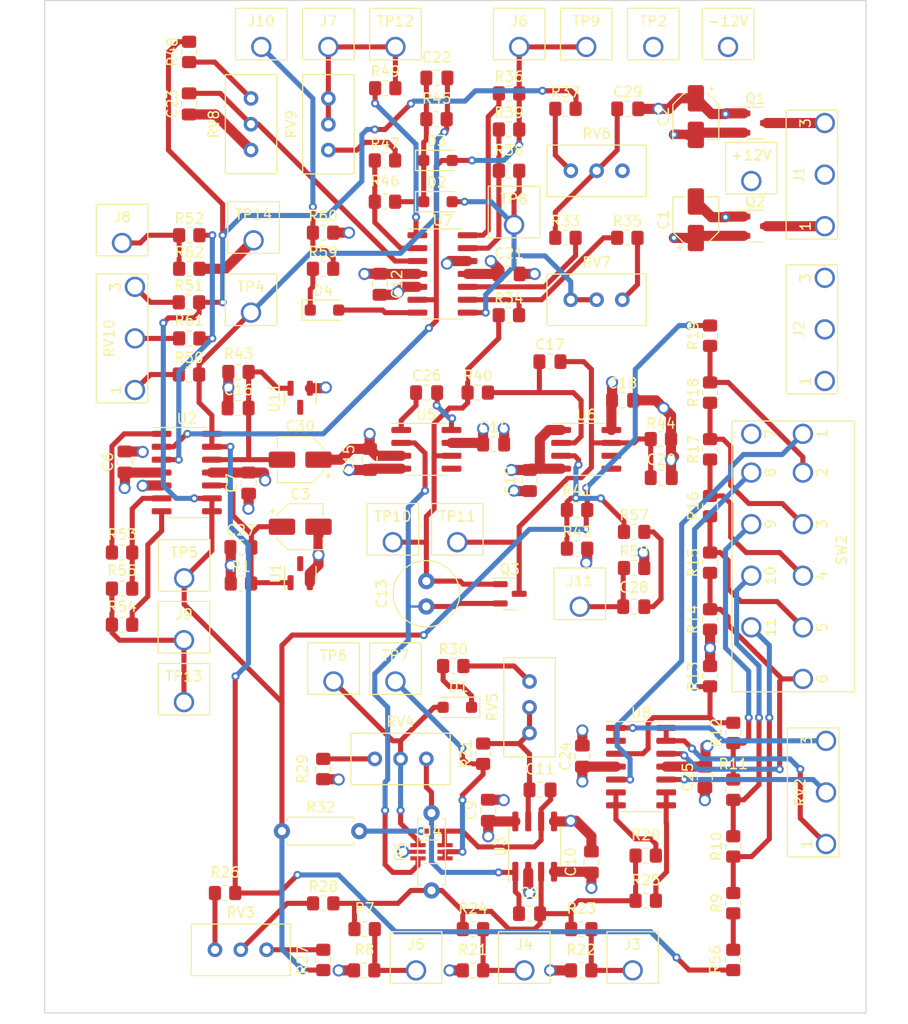
<source format=kicad_pcb>
(kicad_pcb (version 20221018) (generator pcbnew)
  (layers (0 "F.Cu" signal) (1 "In1.Cu" power) (2 "In2.Cu" power) (31 "B.Cu" signal) (34 "B.Paste" user) (35 "F.Paste" user) (36 "B.SilkS" user "B.Silkscreen") (37 "F.SilkS" user "F.Silkscreen") (38 "B.Mask" user) (39 "F.Mask" user) (44 "Edge.Cuts" user))
  (net 0 "")
  (net 1 "+12V")
  (net 2 "GND")
  (net 3 "-12V")
  (net 4 "Net-(U1-K)")
  (net 5 "+10V")
  (net 6 "-10V")
  (net 7 "Net-(U3A-+)")
  (net 8 "/Core/summed_input")
  (net 9 "Net-(U3B--)")
  (net 10 "Net-(C11-Pad2)")
  (net 11 "/Core/raw_saw")
  (net 12 "Net-(U6-+)")
  (net 13 "Net-(D2-K)")
  (net 14 "Net-(U7C-+)")
  (net 15 "Net-(C26-Pad1)")
  (net 16 "Net-(U5-STRB)")
  (net 17 "Net-(C28-Pad1)")
  (net 18 "Net-(J11-Pin_1)")
  (net 19 "Net-(C29-Pad1)")
  (net 20 "Net-(D1-K)")
  (net 21 "Net-(D1-A)")
  (net 22 "Net-(D2-A)")
  (net 23 "Net-(D3-A)")
  (net 24 "Net-(D4-K)")
  (net 25 "Net-(D4-A)")
  (net 26 "Net-(J1-Pin_1)")
  (net 27 "Net-(J1-Pin_3)")
  (net 28 "Net-(J3-Pin_1)")
  (net 29 "Net-(J4-Pin_1)")
  (net 30 "Net-(J5-Pin_1)")
  (net 31 "Net-(J7-Pin_1)")
  (net 32 "Net-(J8-Pin_1)")
  (net 33 "Net-(J9-Pin_1)")
  (net 34 "Net-(J10-Pin_1)")
  (net 35 "Net-(R56-Pad2)")
  (net 36 "Net-(R10-Pad1)")
  (net 37 "Net-(R10-Pad2)")
  (net 38 "Net-(R11-Pad2)")
  (net 39 "Net-(R15-Pad2)")
  (net 40 "Net-(R16-Pad2)")
  (net 41 "Net-(R17-Pad2)")
  (net 42 "Net-(R18-Pad2)")
  (net 43 "Net-(R26-Pad2)")
  (net 44 "Net-(R27-Pad1)")
  (net 45 "Net-(R28-Pad1)")
  (net 46 "Net-(R29-Pad1)")
  (net 47 "Net-(R30-Pad2)")
  (net 48 "Net-(R31-Pad1)")
  (net 49 "Net-(U7A-+)")
  (net 50 "Net-(U7A--)")
  (net 51 "Net-(R35-Pad2)")
  (net 52 "Net-(R36-Pad1)")
  (net 53 "Net-(R37-Pad1)")
  (net 54 "Net-(U7D--)")
  (net 55 "Net-(U6--)")
  (net 56 "Net-(U7C--)")
  (net 57 "Net-(R47-Pad2)")
  (net 58 "Net-(R48-Pad1)")
  (net 59 "Net-(R49-Pad1)")
  (net 60 "Net-(R50-Pad1)")
  (net 61 "Net-(R51-Pad1)")
  (net 62 "Net-(R53-Pad1)")
  (net 63 "Net-(R54-Pad1)")
  (net 64 "Net-(R61-Pad2)")
  (net 68 "Net-(Q3-S)")
  (net 69 "Net-(Q3-G)")
  (net 70 "Net-(U2A-+)")
  (net 71 "Net-(U2B--)")
  (net 72 "Net-(U11-A)")
  (net 73 "Net-(U8B-+)")
  (net 74 "Net-(U8C-+)")
  (net 75 "Net-(U8A--)")
  (net 76 "Net-(U8D--)")
  (net 77 "Net-(U8C--)")
  (net 78 "Net-(U8D-+)")
  (net 79 "Net-(U8B--)")
  (net 80 "Net-(U8A-+)")
  (footprint "Mine:Connector_1x1_1.5mm" (layer "F.Cu") (at 141.224 110.236)
    (fp_text reference "TP7")
    (fp_text value "Current source voltage")
  )
  (footprint "Capacitor_SMD:C_0805_2012Metric_Pad1.18x1.45mm_HandSolder" (layer "F.Cu") (at 163.5975 82.55)
    (fp_text reference "C18")
    (fp_text value "0.1u")
  )
  (footprint "Resistor_SMD:R_0805_2012Metric_Pad1.20x1.40mm_HandSolder" (layer "F.Cu") (at 145.272 54.864 180)
    (fp_text reference "R45")
    (fp_text value "22k")
  )
  (footprint "Resistor_SMD:R_0805_2012Metric_Pad1.20x1.40mm_HandSolder" (layer "F.Cu") (at 126.006 100.584)
    (fp_text reference "R1")
    (fp_text value "1k")
  )
  (footprint "Mine:Connector_Octave_Switch_10_pos_1.5mm" (layer "F.Cu") (at 180.086 97.282 -90)
    (fp_text reference "SW2")
    (fp_text value "SW_Rotary10")
  )
  (footprint "Resistor_SMD:R_0805_2012Metric_Pad1.20x1.40mm_HandSolder" (layer "F.Cu") (at 159.528 134.62 180)
    (fp_text reference "R23")
    (fp_text value "100k")
  )
  (footprint "Resistor_SMD:R_0805_2012Metric_Pad1.20x1.40mm_HandSolder" (layer "F.Cu") (at 172.212 81.788 90)
    (fp_text reference "R18")
    (fp_text value "1k")
  )
  (footprint "Resistor_SMD:R_0805_2012Metric_Pad1.20x1.40mm_HandSolder" (layer "F.Cu") (at 148.86 138.684 180)
    (fp_text reference "R21")
    (fp_text value "100k")
  )
  (footprint "Mine:Connector_1x1_1.5mm" (layer "F.Cu") (at 128.016 47.752)
    (fp_text reference "J10")
    (fp_text value "freq out")
  )
  (footprint "Capacitor_SMD:C_0805_2012Metric_Pad1.18x1.45mm_HandSolder" (layer "F.Cu") (at 164.1055 53.848)
    (fp_text reference "C29")
    (fp_text value "0.1u")
  )
  (footprint "Capacitor_SMD:C_0805_2012Metric_Pad1.18x1.45mm_HandSolder" (layer "F.Cu") (at 154.432 133.096 180)
    (fp_text reference "C8")
    (fp_text value "100p")
  )
  (footprint "Potentiometer_THT:Potentiometer_Bourns_3296W_Vertical" (layer "F.Cu") (at 127 52.822 90)
    (fp_text reference "RV8")
    (fp_text value "10k")
  )
  (footprint "Capacitor_SMD:C_0805_2012Metric_Pad1.18x1.45mm_HandSolder" (layer "F.Cu") (at 138.684 88.3705 90)
    (fp_text reference "C15")
    (fp_text value "0.1u")
  )
  (footprint "Potentiometer_THT:Potentiometer_Bourns_3296W_Vertical" (layer "F.Cu") (at 163.586 59.944)
    (fp_text reference "RV6")
    (fp_text value "10k")
  )
  (footprint "Resistor_SMD:R_0805_2012Metric_Pad1.20x1.40mm_HandSolder" (layer "F.Cu") (at 174.498 137.652 90)
    (fp_text reference "R56")
    (fp_text value "1k")
  )
  (footprint "Capacitor_SMD:C_0805_2012Metric_Pad1.18x1.45mm_HandSolder" (layer "F.Cu") (at 167.4075 90.17)
    (fp_text reference "C20")
    (fp_text value "100p")
  )
  (footprint "Resistor_SMD:R_0805_2012Metric_Pad1.20x1.40mm_HandSolder" (layer "F.Cu") (at 172.212 92.964 90)
    (fp_text reference "R16")
    (fp_text value "1k")
  )
  (footprint "Resistor_SMD:R_0805_2012Metric_Pad1.20x1.40mm_HandSolder" (layer "F.Cu") (at 172.212 76.184 90)
    (fp_text reference "R19")
    (fp_text value "5k")
  )
  (footprint "MountingHole:MountingHole_4.3mm_M4" (layer "F.Cu") (at 111.76 48.26)
    (fp_text reference "REF**" hide)
    (fp_text value "MountingHole_4.3mm_M4")
  )
  (footprint "Capacitor_SMD:CP_Elec_4x5.4" (layer "F.Cu") (at 131.848 94.996)
    (fp_text reference "C3")
    (fp_text value "10u")
  )
  (footprint "Capacitor_SMD:C_0805_2012Metric_Pad1.18x1.45mm_HandSolder" (layer "F.Cu") (at 160.528 128.016 -90)
    (fp_text reference "C10")
    (fp_text value "0.1u")
  )
  (footprint "Mine:Connector_1x1_1.5mm" (layer "F.Cu") (at 160.02 47.752)
    (fp_text reference "TP9")
    (fp_text value "saw output")
  )
  (footprint "Resistor_SMD:R_0805_2012Metric_Pad1.20x1.40mm_HandSolder" (layer "F.Cu") (at 165.878 131.826 180)
    (fp_text reference "R25")
    (fp_text value "100k")
  )
  (footprint "Capacitor_SMD:CP_Elec_4x5.4" (layer "F.Cu") (at 170.815 54.61 -90)
    (fp_text reference "C2")
    (fp_text value "10u")
  )
  (footprint "Capacitor_SMD:C_0805_2012Metric_Pad1.18x1.45mm_HandSolder" (layer "F.Cu") (at 125.7305 83.312 180)
    (fp_text reference "C16")
    (fp_text value "0.1u")
  )
  (footprint "Package_SO:SOIC-14_3.9x8.7mm_P1.27mm" (layer "F.Cu") (at 120.672 89.662)
    (fp_text reference "U2")
    (fp_text value "TL072")
  )
  (footprint "Mine:Connector_1x1_1.5mm" (layer "F.Cu") (at 127 73.914)
    (fp_text reference "TP4")
    (fp_text value "-10V")
  )
  (footprint "Capacitor_SMD:C_0805_2012Metric_Pad1.18x1.45mm_HandSolder" (layer "F.Cu") (at 120.904 53.3615 90)
    (fp_text reference "C23")
    (fp_text value "0.1u")
  )
  (footprint "Package_SO:SOIC-8_3.9x4.9mm_P1.27mm" (layer "F.Cu") (at 144.272 87.376)
    (fp_text reference "U5")
    (fp_text value "CA3140")
  )
  (footprint "Resistor_SMD:R_0805_2012Metric_Pad1.20x1.40mm_HandSolder" (layer "F.Cu") (at 165.878 127.381 180)
    (fp_text reference "R20")
    (fp_text value "100k")
  )
  (footprint "MountingHole:MountingHole_4.3mm_M4" (layer "F.Cu") (at 182.245 48.26)
    (fp_text reference "REF**" hide)
    (fp_text value "MountingHole_4.3mm_M4")
  )
  (footprint "Resistor_SMD:R_0805_2012Metric_Pad1.20x1.40mm_HandSolder" (layer "F.Cu") (at 159.115 97.155)
    (fp_text reference "R42")
    (fp_text value "10k")
  )
  (footprint "Package_TO_SOT_SMD:SOT-23-3" (layer "F.Cu") (at 176.6625 65.405)
    (fp_text reference "Q2")
    (fp_text value "Si2393DS")
  )
  (footprint "Diode_SMD:D_SOD-123F" (layer "F.Cu") (at 145.412 62.992)
    (fp_text reference "D2")
    (fp_text value "1N914")
  )
  (footprint "Resistor_SMD:R_0805_2012Metric_Pad1.20x1.40mm_HandSolder" (layer "F.Cu") (at 172.212 98.536 90)
    (fp_text reference "R15")
    (fp_text value "1k")
  )
  (footprint "Capacitor_SMD:C_0805_2012Metric_Pad1.18x1.45mm_HandSolder" (layer "F.Cu") (at 154.432 90.4455 -90)
    (fp_text reference "C19")
    (fp_text value "0.1u")
  )
  (footprint "Potentiometer_THT:Potentiometer_Bourns_3296W_Vertical" (layer "F.Cu") (at 144.272 117.856)
    (fp_text reference "RV4")
    (fp_text value "100")
  )
  (footprint "Resistor_SMD:R_0805_2012Metric_Pad1.20x1.40mm_HandSolder" (layer "F.Cu") (at 167.37 86.36)
    (fp_text reference "R44")
    (fp_text value "2.2k")
  )
  (footprint "Package_TO_SOT_SMD:SOT-23" (layer "F.Cu") (at 131.848 99.568 90)
    (fp_text reference "U1")
    (fp_text value "LM4040DBZ-10")
  )
  (footprint "Resistor_SMD:R_0805_2012Metric_Pad1.20x1.40mm_HandSolder" (layer "F.Cu") (at 134.112 118.856 -90)
    (fp_text reference "R29")
    (fp_text value "470")
  )
  (footprint "Resistor_SMD:R_0805_2012Metric_Pad1.20x1.40mm_HandSolder" (layer "F.Cu") (at 152.416 52.324)
    (fp_text reference "R36")
    (fp_text value "1k")
  )
  (footprint "Resistor_SMD:R_0805_2012Metric_Pad1.20x1.40mm_HandSolder" (layer "F.Cu") (at 152.416 59.944 180)
    (fp_text reference "R38")
    (fp_text value "10k")
  )
  (footprint "Package_TO_SOT_SMD:SOT-23" (layer "F.Cu") (at 152.4785 101.6)
    (fp_text reference "Q3")
    (fp_text value "MMBFJ111")
  )
  (footprint "Diode_SMD:D_SOD-123F" (layer "F.Cu") (at 134.236 73.66)
    (fp_text reference "D4")
    (fp_text value "1N914")
  )
  (footprint "Resistor_SMD:R_0805_2012Metric_Pad1.20x1.40mm_HandSolder" (layer "F.Cu") (at 120.92 69.596)
    (fp_text reference "R62")
    (fp_text value "100k")
  )
  (footprint "Capacitor_SMD:C_0805_2012Metric_Pad1.18x1.45mm_HandSolder" (layer "F.Cu") (at 159.639 117.5805 90)
    (fp_text reference "C24")
    (fp_text value "0.1u")
  )
  (footprint "Resistor_SMD:R_0805_2012Metric_Pad1.20x1.40mm_HandSolder" (layer "F.Cu") (at 138.192 134.62 180)
    (fp_text reference "R7")
    (fp_text value "100k")
  )
  (footprint "Resistor_SMD:R_0805_2012Metric_Pad1.20x1.40mm_HandSolder" (layer "F.Cu") (at 140.192 58.928)
    (fp_text reference "R47")
    (fp_text value "15k")
  )
  (footprint "Resistor_SMD:R_0805_2012Metric_Pad1.20x1.40mm_HandSolder" (layer "F.Cu") (at 146.92 108.712)
    (fp_text reference "R30")
    (fp_text value "4.7k")
  )
  (footprint "Resistor_SMD:R_0805_2012Metric_Pad1.20x1.40mm_HandSolder" (layer "F.Cu") (at 174.498 115.3 90)
    (fp_text reference "R12")
    (fp_text value "1k")
  )
  (footprint "Capacitor_SMD:C_0805_2012Metric_Pad1.18x1.45mm_HandSolder" (layer "F.Cu") (at 145.3095 50.8 180)
    (fp_text reference "C22")
    (fp_text value "0.1u")
  )
  (footprint "Potentiometer_THT:Potentiometer_Bourns_3296W_Vertical" (layer "F.Cu") (at 154.432 110.236 90)
    (fp_text reference "RV5")
    (fp_text value "100k")
  )
  (footprint "Mine:Connector_1x1_1.5mm" (layer "F.Cu") (at 147.32 96.52)
    (fp_text reference "TP11")
    (fp_text value "integrator reset pulses")
  )
  (footprint "Package_TO_SOT_SMD:SOT-23-3" (layer "F.Cu") (at 176.6625 55.245)
    (fp_text reference "Q1")
    (fp_text value "SQ2348ES")
  )
  (footprint "Capacitor_SMD:C_0805_2012Metric_Pad1.18x1.45mm_HandSolder" (layer "F.Cu") (at 155.4695 120.904 180)
    (fp_text reference "C11")
    (fp_text value "100p")
  )
  (footprint "Resistor_SMD:R_0805_2012Metric_Pad1.20x1.40mm_HandSolder" (layer "F.Cu") (at 172.212 109.712 90)
    (fp_text reference "R13")
    (fp_text value "1k")
  )
  (footprint "Capacitor_SMD:C_0805_2012Metric_Pad1.18x1.45mm_HandSolder" (layer "F.Cu") (at 164.6975 102.87 180)
    (fp_text reference "C28")
    (fp_text value "0.001u")
  )
  (footprint "Resistor_SMD:R_0805_2012Metric_Pad1.20x1.40mm_HandSolder" (layer "F.Cu") (at 157.972 53.848)
    (fp_text reference "R37")
    (fp_text value "18k")
  )
  (footprint "Capacitor_SMD:CP_Elec_4x5.4" (layer "F.Cu") (at 131.848 88.392 180)
    (fp_text reference "C30")
    (fp_text value "10u")
  )
  (footprint "Resistor_SMD:R_0805_2012Metric_Pad1.20x1.40mm_HandSolder" (layer "F.Cu") (at 172.212 104.124 90)
    (fp_text reference "R14")
    (fp_text value "1k")
  )
  (footprint "Resistor_SMD:R_0805_2012Metric_Pad1.20x1.40mm_HandSolder" (layer "F.Cu") (at 134.122 137.652 -90)
    (fp_text reference "R27")
    (fp_text value "10k")
  )
  (footprint "Package_SO:SOIC-14_3.9x8.7mm_P1.27mm" (layer "F.Cu") (at 165.419 118.618)
    (fp_text reference "U8")
    (fp_text value "OPA1679")
  )
  (footprint "Resistor_SMD:R_0805_2012Metric_Pad1.20x1.40mm_HandSolder" (layer "F.Cu") (at 114.3 101.092 180)
    (fp_text reference "R55")
    (fp_text value "3.9k")
  )
  (footprint "Mine:Connector_3x1_1.5mm" (layer "F.Cu") (at 183.515 75.565 90)
    (fp_text reference "J2")
    (fp_text value "Daisy chain power")
  )
  (footprint "Resistor_SMD:R_0805_2012Metric_Pad1.20x1.40mm_HandSolder" (layer "F.Cu") (at 159.512 138.684 180)
    (fp_text reference "R22")
    (fp_text value "100k")
  )
  (footprint "Capacitor_SMD:C_0805_2012Metric_Pad1.18x1.45mm_HandSolder" (layer "F.Cu") (at 150.368 122.9145 90)
    (fp_text reference "C9")
    (fp_text value "0.1u")
  )
  (footprint "Mine:Connector_1x1_1.5mm" (layer "F.Cu") (at 153.416 47.752)
    (fp_text reference "J6")
    (fp_text value "saw out")
  )
  (footprint "Mine:Connector_1x1_1.5mm" (layer "F.Cu") (at 140.97 96.52)
    (fp_text reference "TP10")
    (fp_text value "raw saw")
  )
  (footprint "Resistor_SMD:R_0805_2012Metric_Pad1.20x1.40mm_HandSolder" (layer "F.Cu") (at 114.3 97.536)
    (fp_text reference "R53")
    (fp_text value "10k")
  )
  (footprint "Resistor_SMD:R_0805_2012Metric_Pad1.20x1.40mm_HandSolder" (layer "F.Cu") (at 172.212 87.376 90)
    (fp_text reference "R17")
    (fp_text value "1k")
  )
  (footprint "Mine:Connector_3x1_1.5mm" (layer "F.Cu") (at 183.642 121.158 90)
    (fp_text reference "RV2")
    (fp_text value "100k")
  )
  (footprint "Resistor_SMD:R_0805_2012Metric_Pad1.20x1.40mm_HandSolder" (layer "F.Cu") (at 114.3 104.648 180)
    (fp_text reference "R54")
    (fp_text value "1k")
  )
  (footprint "Capacitor_SMD:C_0805_2012Metric_Pad1.18x1.45mm_HandSolder" (layer "F.Cu") (at 114.576 88.6245 90)
    (fp_text reference "C6")
    (fp_text value "0.1u")
  )
  (footprint "Mine:Connector_1x1_1.5mm" (layer "F.Cu") (at 164.592 138.684)
    (fp_text reference "J3")
    (fp_text value "CV in")
  )
  (footprint "Mine:Connector_1x1_1.5mm" (layer "F.Cu") (at 176.276 60.96)
    (fp_text reference "TP1" hide)
    (fp_text value "+12V")
  )
  (footprint "Capacitor_SMD:C_0805_2012Metric_Pad1.18x1.45mm_HandSolder" (layer "F.Cu") (at 150.8975 86.868)
    (fp_text reference "C14")
    (fp_text value "0.1u")
  )
  (footprint "Resistor_SMD:R_0805_2012Metric_Pad1.20x1.40mm_HandSolder" (layer "F.Cu") (at 134.112 132.08)
    (fp_text reference "R28")
    (fp_text value "100k")
  )
  (footprint "Potentiometer_THT:Potentiometer_Bourns_3296W_Vertical" (layer "F.Cu") (at 134.62 52.832 90)
    (fp_text reference "RV9")
    (fp_text value "10k")
  )
  (footprint "Mine:Connector_1x1_1.5mm" (layer "F.Cu") (at 153.924 138.684)
    (fp_text reference "J4")
    (fp_text value "CV in")
  )
  (footprint "Resistor_SMD:R_0805_2012Metric_Pad1.20x1.40mm_HandSolder" (layer "F.Cu") (at 140.224 51.816)
    (fp_text reference "R49")
    (fp_text value "1k")
  )
  (footprint "Capacitor_SMD:C_0805_2012Metric_Pad1.18x1.45mm_HandSolder" (layer "F.Cu") (at 126.006 97.028)
    (fp_text reference "C27")
    (fp_text value "0.1u")
  )
  (footprint "Capacitor_SMD:C_0805_2012Metric_Pad1.18x1.45mm_HandSolder" (layer "F.Cu") (at 171.704 119.6555 90)
    (fp_text reference "C25")
    (fp_text value "0.1u")
  )
  (footprint "Resistor_SMD:R_0805_2012Metric_Pad1.20x1.40mm_HandSolder" (layer "F.Cu") (at 134.096 69.596)
    (fp_text reference "R59")
    (fp_text value "10k")
  )
  (footprint "Resistor_SMD:R_0805_2012Metric_Pad1.20x1.40mm_HandSolder" (layer "F.Cu") (at 120.92 76.454 180)
    (fp_text reference "R61")
    (fp_text value "100k")
  )
  (footprint "Mine:Connector_3x1_1.5mm" (layer "F.Cu") (at 183.515 60.325 90)
    (fp_text reference "J1")
    (fp_text value "Power input")
  )
  (footprint "Capacitor_SMD:C_0805_2012Metric_Pad1.18x1.45mm_HandSolder" (layer "F.Cu") (at 126.768 90.6995 90)
    (fp_text reference "C7")
    (fp_text value "0.1u")
  )
  (footprint "Resistor_THT:R_Axial_DIN0207_L6.3mm_D2.5mm_P7.62mm_Horizontal" (layer "F.Cu") (at 144.78 130.81 90)
    (fp_text reference "R6")
    (fp_text value "2k")
  )
  (footprint "Mine:Connector_1x1_1.5mm" (layer "F.Cu") (at 135.128 110.236)
    (fp_text reference "TP6")
    (fp_text value "Summed input")
  )
  (footprint "Mine:Connector_1x1_1.5mm" (layer "F.Cu") (at 120.396 106.172)
    (fp_text reference "J9")
    (fp_text value "pulse out")
  )
  (footprint "Capacitor_SMD:C_0805_2012Metric_Pad1.18x1.45mm_HandSolder" (layer "F.Cu") (at 144.2935 81.788)
    (fp_text reference "C26")
    (fp_text value "100p")
  )
  (footprint "Resistor_SMD:R_0805_2012Metric_Pad1.20x1.40mm_HandSolder" (layer "F.Cu") (at 120.92 66.294)
    (fp_text reference "R52")
    (fp_text value "100k")
  )
  (footprint "Potentiometer_THT:Potentiometer_Bourns_3296W_Vertical" (layer "F.Cu") (at 163.576 72.644)
    (fp_text reference "RV7")
    (fp_text value "10k")
  )
  (footprint "Resistor_SMD:R_0805_2012Metric_Pad1.20x1.40mm_HandSolder" (layer "F.Cu") (at 120.888 80.01)
    (fp_text reference "R50")
    (fp_text value "56k")
  )
  (footprint "Capacitor_THT:C_Radial_D6.3mm_H7.0mm_P2.50mm" (layer "F.Cu") (at 144.272 102.85 90)
    (fp_text reference "C13")
    (fp_text value "5000p")
  )
  (footprint "Package_TO_SOT_SMD:SOT-363_SC-70-6_Handsoldering" (layer "F.Cu") (at 144.78 127)
    (fp_text reference "U4")
    (fp_text value "PMP4201Y")
  )
  (footprint "Mine:Connector_1x1_1.5mm" (layer "F.Cu") (at 173.99 47.752)
    (fp_text reference "TP3" hide)
    (fp_text value "-12V")
  )
  (footprint "Mine:Connector_1x1_1.5mm" (layer "F.Cu") (at 134.62 47.752)
    (fp_text reference "J7")
    (fp_text value "tri out")
  )
  (footprint "Mine:Connector_1x1_1.5mm" (layer "F.Cu") (at 120.396 112.268)
    (fp_text reference "TP13")
    (fp_text value "pulse out")
  )
  (footprint "Resistor_SMD:R_0805_2012Metric_Pad1.20x1.40mm_HandSolder" (layer "F.Cu") (at 174.498 120.888 90)
    (fp_text reference "R11")
    (fp_text value "1k")
  )
  (footprint "Resistor_SMD:R_0805_2012Metric_Pad1.20x1.40mm_HandSolder" (layer "F.Cu") (at 152.416 55.88)
    (fp_text reference "R39")
    (fp_text value "10k")
  )
  (footprint "Mine:Connector_1x1_1.5mm" (layer "F.Cu") (at 143.256 138.684)
    (fp_text reference "J5")
    (fp_text value "CV in")
  )
  (footprint "Resistor_SMD:R_0805_2012Metric_Pad1.20x1.40mm_HandSolder" (layer "F.Cu") (at 149.86 117.348 90)
    (fp_text reference "R31")
    (fp_text value "1k")
  )
  (footprint "Resistor_SMD:R_0805_2012Metric_Pad1.20x1.40mm_HandSolder" (layer "F.Cu") (at 164.735 95.504)
    (fp_text reference "R57")
    (fp_text value "1k")
  )
  (footprint "Mine:Connector_1x1_1.5mm" (layer "F.Cu") (at 120.418 100.076)
    (fp_text reference "TP5")
    (fp_text value "+10V")
  )
  (footprint "Resistor_SMD:R_0805_2012Metric_Pad1.20x1.40mm_HandSolder" (layer "F.Cu") (at 157.972 66.548)
    (fp_text reference "R33")
    (fp_text value "5.6k")
  )
  (footprint "Resistor_THT:R_Axial_DIN0207_L6.3mm_D2.5mm_P7.62mm_Horizontal" (layer "F.Cu") (at 130.048 124.968)
    (fp_text reference "R32")
    (fp_text value "4.7M")
  )
  (footprint "Resistor_SMD:R_0805_2012Metric_Pad1.20x1.40mm_HandSolder" (layer "F.Cu") (at 159.115 93.345 180)
    (fp_text reference "R41")
    (fp_text value "10k")
  )
  (footprint "Potentiometer_THT:Potentiometer_Bourns_3296W_Vertical" (layer "F.Cu") (at 128.534 136.652)
    (fp_text reference "RV3")
    (fp_text value "10k")
  )
  (footprint "Resistor_SMD:R_0805_2012Metric_Pad1.20x1.40mm_HandSolder" (layer "F.Cu") (at 174.498 126.476 90)
    (fp_text reference "R10")
    (fp_text value "1k")
  )
  (footprint "Resistor_SMD:R_0805_2012Metric_Pad1.20x1.40mm_HandSolder" (layer "F.Cu") (at 164.068 66.548)
    (fp_text reference "R35")
    (fp_text value "5.6k")
  )
  (footprint "Resistor_SMD:R_0805_2012Metric_Pad1.20x1.40mm_HandSolder" (layer "F.Cu") (at 140.192 62.992 180)
    (fp_text reference "R46")
    (fp_text value "10k")
  )
  (footprint "Package_SO:SOIC-8_3.9x4.9mm_P1.27mm" (layer "F.Cu") (at 160.02 87.376)
    (fp_text reference "U6")
    (fp_text value "LM311")
  )
  (footprint "Resistor_SMD:R_0805_2012Metric_Pad1.20x1.40mm_HandSolder" (layer "F.Cu") (at 164.735 99.06)
    (fp_text reference "R58")
    (fp_text value "100k")
  )
  (footprint "Resistor_SMD:R_0805_2012Metric_Pad1.20x1.40mm_HandSolder" (layer "F.Cu") (at 174.498 132.064 90)
    (fp_text reference "R9")
    (fp_text value "5k")
  )
  (footprint "Capacitor_SMD:C_0805_2012Metric_Pad1.18x1.45mm_HandSolder" (layer "F.Cu") (at 139.7 71.12 -90)
    (fp_text reference "C12")
    (fp_text value "0.1u")
  )
  (footprint "Resistor_SMD:R_0805_2012Metric_Pad1.20x1.40mm_HandSolder" (layer "F.Cu") (at 152.4 74.168)
    (fp_text reference "R34")
    (fp_text value "5.6k")
  )
  (footprint "Package_SO:SOIC-14_3.9x8.7mm_P1.27mm" (layer "F.Cu") (at 145.861 70.104)
    (fp_text reference "U7")
    (fp_text value "TL072")
  )
  (footprint "Resistor_SMD:R_0805_2012Metric_Pad1.20x1.40mm_HandSolder" (layer "F.Cu") (at 138.144 138.684 180)
    (fp_text reference "R8")
    (fp_text value "100k")
  )
  (footprint "Diode_SMD:D_SOD-123F" (layer "F.Cu") (at 147.32 112.776 180)
    (fp_text reference "D1")
    (fp_text value "1N914")
  )
  (footprint "Package_TO_SOT_SMD:SOT-23" (layer "F.Cu") (at 131.848 82.296 -90)
    (fp_text reference "U11")
    (fp_text value "LM4040DBZ-10")
  )
  (footprint "Mine:Connector_1x1_1.5mm" (layer "F.Cu") (at 127.254 66.802)
    (fp_text reference "TP14")
    (fp_text value "GND")
  )
  (footprint "Mine:Connector_1x1_1.5mm" (layer "F.Cu") (at 166.624 47.752)
    (fp_text reference "TP2")
    (fp_text value "GND")
  )
  (footprint "Resistor_SMD:R_0805_2012Metric_Pad1.20x1.40mm_HandSolder" (layer "F.Cu") (at 149.336 81.788)
    (fp_text reference "R40")
    (fp_text value "8.2k")
  )
  (footprint "Capacitor_SMD:C_0805_2012Metric_Pad1.18x1.45mm_HandSolder" (layer "F.Cu") (at 156.4425 78.74)
    (fp_text reference "C17")
    (fp_text value "33p")
  )
  (footprint "Resistor_SMD:R_0805_2012Metric_Pad1.20x1.40mm_HandSolder" (layer "F.Cu") (at 124.444 131.064 180)
    (fp_text reference "R26")
    (fp_text value "10k")
  )
  (footprint "Resistor_SMD:R_0805_2012Metric_Pad1.20x1.40mm_HandSolder" (layer "F.Cu") (at 120.904 48.244 90)
    (fp_text reference "R48")
    (fp_text value "12k")
  )
  (footprint "Resistor_SMD:R_0805_2012Metric_Pad1.20x1.40mm_HandSolder" (layer "F.Cu") (at 120.888 72.898)
    (fp_text reference "R51")
    (fp_text value "56k")
  )
  (footprint "Mine:Connector_1x1_1.5mm" (layer "F.Cu") (at 152.908 65.278)
    (fp_text reference "TP8")
    (fp_text value "inverted saw")
  )
  (footprint "Mine:Connector_1x1_1.5mm" (layer "F.Cu") (at 114.3 67.056)
    (fp_text reference "J8")
    (fp_text value "Pulse width input")
  )
  (footprint "Diode_SMD:D_SOD-123F" (layer "F.Cu") (at 145.412 58.928)
    (fp_text reference "D3")
    (fp_text value "1N914")
  )
  (footprint "Mine:Connector_1x1_1.5mm" (layer "F.Cu") (at 141.224 47.752)
    (fp_text reference "TP12")
    (fp_text value "tiangle out")
  )
  (footprint "MountingHole:MountingHole_4.3mm_M4" (layer "F.Cu") (at 182.245 137.795)
    (fp_text reference "REF**" hide)
    (fp_text value "MountingHole_4.3mm_M4")
  )
  (footprint "Resistor_SMD:R_0805_2012Metric_Pad1.20x1.40mm_HandSolder" (layer "F.Cu") (at 134.096 66.04)
    (fp_text reference "R60")
    (fp_text value "6.8k")
  )
  (footprint "Capacitor_SMD:C_0805_2012Metric_Pad1.18x1.45mm_HandSolder" (layer "F.Cu") (at 152.4215 70.104 180)
    (fp_text reference "C21")
    (fp_text value "0.1u")
  )
  (footprint "MountingHole:MountingHole_4.3mm_M4" (layer "F.Cu") (at 111.76 137.795)
    (fp_text reference "REF**" hide)
    (fp_text value "MountingHole_4.3mm_M4")
  )
  (footprint "Package_SO:SOIC-8_3.9x4.9mm_P1.27mm" (layer "F.Cu") (at 154.94 126.492 90)
    (fp_text reference "U3")
    (fp_text value "OP275")
  )
  (footprint "Mine:Connector_3x1_1.5mm" (layer "F.Cu") (at 115.57 76.454 90)
    (fp_text reference "RV10")
    (fp_text value "100k")
  )
  (footprint "Mine:Connector_1x1_1.5mm" (layer "F.Cu") (at 159.385 102.87)
    (fp_text reference "J11")
    (fp_text value "sync in")
  )
  (footprint "Resistor_SMD:R_0805_2012Metric_Pad1.20x1.40mm_HandSolder" (layer "F.Cu") (at 125.768 79.756 180)
    (fp_text reference "R43")
    (fp_text value "1k")
  )
  (footprint "Capacitor_SMD:CP_Elec_4x5.4" (layer "F.Cu") (at 170.815 64.77 90)
    (fp_text reference "C1")
    (fp_text value "10u")
  )
  (footprint "Resistor_SMD:R_0805_2012Metric_Pad1.20x1.40mm_HandSolder" (layer "F.Cu") (at 148.86 134.62 180)
    (fp_text reference "R24")
    (fp_text value "100k")
  )
  (gr_rect (start 106.68 43.18) (end 187.579 142.875) (stroke (width 0.1)) (fill none) (layer "Edge.Cuts"))
  (segment (start 139.7 70.0825) (end 138.1975 70.0825) (width 1) (layer "F.Cu") (net 1))
  (segment (start 114.576 91.164) (end 114.554 91.186) (width 1) (layer "F.Cu") (net 1))
  (segment (start 159.639 118.618) (end 159.639 120.08) (width 1) (layer "F.Cu") (net 1))
  (segment (start 146.747 86.741) (end 149.733 86.741) (width 1) (layer "F.Cu") (net 1))
  (segment (start 162.56 82.55) (end 162.56 80.772) (width 1) (layer "F.Cu") (net 1))
  (segment (start 162.944 118.618) (end 159.639 118.618) (width 1) (layer "F.Cu") (net 1))
  (segment (start 143.386 70.104) (end 139.7215 70.104) (width 1) (layer "F.Cu") (net 1))
  (segment (start 149.86 86.868) (end 149.86 85.344) (width 1) (layer "F.Cu") (net 1))
  (segment (start 118.197 89.662) (end 114.576 89.662) (width 1) (layer "F.Cu") (net 1))
  (segment (start 170.815 66.57) (end 168.656 66.548) (width 1) (layer "F.Cu") (net 1))
  (segment (start 159.577 120.142) (end 159.639 120.08) (width 1) (layer "F.Cu") (net 1))
  (segment (start 125.006 100.584) (end 125.006 97.0655) (width 1) (layer "F.Cu") (net 1))
  (segment (start 150.368 123.952) (end 150.368 125.476) (width 1) (layer "F.Cu") (net 1))
  (segment (start 153.035 124.017) (end 150.433 124.017) (width 1) (layer "F.Cu") (net 1))
  (segment (start 125.006 97.0655) (end 124.9685 97.028) (width 1) (layer "F.Cu") (net 1))
  (segment (start 150.433 124.017) (end 150.368 123.952) (width 1) (layer "F.Cu") (net 1))
  (segment (start 175.525 66.355) (end 171.03 66.355) (width 1) (layer "F.Cu") (net 1))
  (segment (start 114.576 89.662) (end 114.576 91.164) (width 1) (layer "F.Cu") (net 1))
  (segment (start 162.495 82.615) (end 162.56 82.55) (width 1) (layer "F.Cu") (net 1))
  (segment (start 171.03 66.355) (end 170.815 66.57) (width 1) (layer "F.Cu") (net 1))
  (segment (start 139.7215 70.104) (end 139.7 70.0825) (width 1) (layer "F.Cu") (net 1))
  (segment (start 162.495 85.471) (end 162.495 82.615) (width 1) (layer "F.Cu") (net 1))
  (segment (start 138.1975 70.0825) (end 138.176 70.104) (width 1) (layer "F.Cu") (net 1))
  (segment (start 149.733 86.741) (end 149.86 86.868) (width 1) (layer "F.Cu") (net 1))
  (segment (start 168.656 66.548) (end 168.678 66.57) (width 1) (layer "F.Cu") (net 1))
  (via (at 159.639 120.08) (size 1.2) (drill 0.8) (layers "F.Cu" "B.Cu") (net 1))
  (via (at 168.656 66.548) (size 0.8) (drill 0.4) (layers "F.Cu" "B.Cu") (net 1))
  (via (at 138.176 70.104) (size 1.2) (drill 0.8) (layers "F.Cu" "B.Cu") (net 1))
  (via (at 149.86 85.344) (size 1.2) (drill 0.8) (layers "F.Cu" "B.Cu") (net 1))
  (via (at 114.554 91.186) (size 1.2) (drill 0.8) (layers "F.Cu" "B.Cu") (net 1))
  (via (at 150.368 125.476) (size 1.2) (drill 0.8) (layers "F.Cu" "B.Cu") (net 1))
  (via (at 125.006 98.806) (size 1.2) (drill 0.8) (layers "F.Cu" "B.Cu") (net 1))
  (via (at 162.56 80.772) (size 1.2) (drill 0.8) (layers "F.Cu" "B.Cu") (net 1))
  (segment (start 133.648 88.392) (end 135.829522 88.392) (width 1) (layer "F.Cu") (net 2))
  (segment (start 160.528 125.476) (end 159.004 123.952) (width 1) (layer "F.Cu") (net 2))
  (segment (start 141.2025 72.1575) (end 139.7 72.1575) (width 1) (layer "F.Cu") (net 2))
  (segment (start 168.148 53.848) (end 165.143 53.848) (width 1) (layer "F.Cu") (net 2))
  (segment (start 147.86 138.684) (end 146.558 138.684) (width 1) (layer "F.Cu") (net 2))
  (segment (start 154.305 128.967) (end 154.305 130.937) (width 1) (layer "F.Cu") (net 2))
  (segment (start 151.935 85.387) (end 151.892 85.344) (width 1) (layer "F.Cu") (net 2))
  (segment (start 116.3615 90.932) (end 116.332 90.9615) (width 1) (layer "F.Cu") (net 2))
  (segment (start 168.37 90.095) (end 168.445 90.17) (width 1) (layer "F.Cu") (net 2))
  (segment (start 133.648 98.762) (end 133.648 94.996) (width 1) (layer "F.Cu") (net 2))
  (segment (start 141.797 88.011) (end 139.362 88.011) (width 1) (layer "F.Cu") (net 2))
  (segment (start 160.528 126.9785) (end 160.528 125.476) (width 1) (layer "F.Cu") (net 2))
  (segment (start 168.37 84.042) (end 168.37 86.36) (width 1) (layer "F.Cu") (net 2))
  (segment (start 158.431 124.017) (end 158.496 123.952) (width 1) (layer "F.Cu") (net 2))
  (segment (start 118.197 90.932) (end 116.3615 90.932) (width 1) (layer "F.Cu") (net 2))
  (segment (start 169.186 52.81) (end 168.148 53.848) (width 1) (layer "F.Cu") (net 2))
  (segment (start 132.798 81.3585) (end 134.2875 81.3585) (width 1) (layer "F.Cu") (net 2))
  (segment (start 168.667 88.095) (end 168.37 88.392) (width 1) (layer "F.Cu") (net 2))
  (segment (start 120.904 54.399) (end 123.497 54.399) (width 1) (layer "F.Cu") (net 2))
  (segment (start 121.92 69.596) (end 124.46 69.596) (width 1) (layer "F.Cu") (net 2))
  (segment (start 150.368 121.877) (end 151.849 121.877) (width 1) (layer "F.Cu") (net 2))
  (segment (start 126.768 91.737) (end 126.768 93.196) (width 1) (layer "F.Cu") (net 2))
  (segment (start 141.986 71.374) (end 141.2025 72.1575) (width 1) (layer "F.Cu") (net 2))
  (segment (start 173.736 54.356) (end 172.361 54.356) (width 1) (layer "F.Cu") (net 2))
  (segment (start 132.798 99.612) (end 133.648 98.762) (width 1) (layer "F.Cu") (net 2))
  (segment (start 154.432 91.483) (end 152.951 91.483) (width 1) (layer "F.Cu") (net 2))
  (segment (start 151.935 86.868) (end 151.935 85.387) (width 1) (layer "F.Cu") (net 2))
  (segment (start 143.409579 126.959579) (end 143.45 127) (width 0.25) (layer "F.Cu") (net 2))
  (segment (start 151.849 121.877) (end 151.892 121.92) (width 1) (layer "F.Cu") (net 2))
  (segment (start 135.604 119.856) (end 135.636 119.888) (width 1) (layer "F.Cu") (net 2))
  (segment (start 159.004 123.952) (end 158.496 123.952) (width 1) (layer "F.Cu") (net 2))
  (segment (start 126.768 93.196) (end 126.746 93.218) (width 1) (layer "F.Cu") (net 2))
  (segment (start 173.797 64.455) (end 173.736 64.516) (width 1) (layer "F.Cu") (net 2))
  (segment (start 138.684 87.333) (end 138.684 85.852) (width 1) (layer "F.Cu") (net 2))
  (segment (start 136.888522 87.333) (end 138.684 87.333) (width 1) (layer "F.Cu") (net 2))
  (segment (start 175.525 64.455) (end 173.797 64.455) (width 1) (layer "F.Cu") (net 2))
  (segment (start 160.115 97.155) (end 160.115 98.457) (width 1) (layer "F.Cu") (net 2))
  (segment (start 137.144 138.684) (end 135.636 138.684) (width 1) (layer "F.Cu") (net 2))
  (segment (start 159.639 115.0625) (end 159.6385 115.062) (width 1) (layer "F.Cu") (net 2))
  (segment (start 135.096 66.04) (end 136.652 66.04) (width 1) (layer "F.Cu") (net 2))
  (segment (start 134.112 119.856) (end 135.604 119.856) (width 1) (layer "F.Cu") (net 2))
  (segment (start 158.512 138.684) (end 156.464 138.684) (width 1) (layer "F.Cu") (net 2))
  (segment (start 164.635 82.55) (end 166.878 82.55) (width 1) (layer "F.Cu") (net 2))
  (segment (start 139.362 88.011) (end 138.684 87.333) (width 1) (layer "F.Cu") (net 2))
  (segment (start 132.798 100.5055) (end 132.798 99.612) (width 1) (layer "F.Cu") (net 2))
  (segment (start 146.558 68.834) (end 146.304 69.088) (width 1) (layer "F.Cu") (net 2))
  (segment (start 148.336 68.834) (end 146.558 68.834) (width 1) (layer "F.Cu") (net 2))
  (segment (start 165.735 97.663) (end 165.608 97.536) (width 1) (layer "F.Cu") (net 2))
  (segment (start 114.576 87.587) (end 116.289 87.587) (width 1) (layer "F.Cu") (net 2))
  (segment (start 172.212 108.712) (end 172.212 105.124) (width 1) (layer "F.Cu") (net 2))
  (segment (start 143.45 127) (end 142.24 127) (width 0.4) (layer "F.Cu") (net 2))
  (segment (start 123.497 54.399) (end 127 57.902) (width 1) (layer "F.Cu") (net 2))
  (segment (start 134.2875 81.3585) (end 134.366 81.28) (width 1) (layer "F.Cu") (net 2))
  (segment (start 135.829522 88.392) (end 136.888522 87.333) (width 1) (layer "F.Cu") (net 2))
  (segment (start 143.386 71.374) (end 141.986 71.374) (width 1) (layer "F.Cu") (net 2))
  (segment (start 168.37 86.36) (end 168.37 90.095) (width 1) (layer "F.Cu") (net 2))
  (segment (start 172.361 54.356) (end 170.815 52.81) (width 1) (layer "F.Cu") (net 2))
  (segment (start 160.115 98.457) (end 160.02 98.552) (width 1) (layer "F.Cu") (net 2))
  (segment (start 166.878 82.55) (end 168.37 84.042) (width 1) (layer "F.Cu") (net 2))
  (segment (start 156.845 124.017) (end 158.431 124.017) (width 1) (layer "F.Cu") (net 2))
  (segment (start 172.361 64.516) (end 170.815 62.97) (width 1) (layer "F.Cu") (net 2))
  (segment (start 153.459 70.104) (end 154.94 70.104) (width 1) (layer "F.Cu") (net 2))
  (segment (start 142.24 127) (end 141.986 127) (width 0.4) (layer "F.Cu") (net 2))
  (segment (start 165.735 99.06) (end 165.735 97.663) (width 1) (layer "F.Cu") (net 2))
  (segment (start 159.639 116.543) (end 159.639 115.0625) (width 1) (layer "F.Cu") (net 2))
  (segment (start 175.525 54.295) (end 173.797 54.295) (width 1) (layer "F.Cu") (net 2))
  (segment (start 173.797 54.295) (end 173.736 54.356) (width 1) (layer "F.Cu") (net 2))
  (segment (start 154.305 130.937) (end 154.432 131.064) (width 1) (layer "F.Cu") (net 2))
  (segment (start 116.289 87.587) (end 116.332 87.63) (width 1) (layer "F.Cu") (net 2))
  (segment (start 171.704 120.693) (end 171.704 121.92) (width 1) (layer "F.Cu") (net 2))
  (segment (start 173.736 64.516) (end 172.361 64.516) (width 1) (layer "F.Cu") (net 2))
  (segment (start 170.815 52.81) (end 169.186 52.81) (width 1) (layer "F.Cu") (net 2))
  (segment (start 124.46 69.596) (end 127.254 66.802) (width 1) (layer "F.Cu") (net 2))
  (segment (start 152.951 91.483) (end 152.908 91.44) (width 1) (layer "F.Cu") (net 2))
  (via (at 171.704 121.92) (size 1.2) (drill 0.8) (layers "F.Cu" "B.Cu") (net 2))
  (via (at 154.432 131.064) (size 1.2) (drill 0.8) (layers "F.Cu" "B.Cu") (net 2))
  (via (at 165.608 97.536) (size 1.2) (drill 0.8) (layers "F.Cu" "B.Cu") (net 2))
  (via (at 158.496 123.952) (size 1.2) (drill 0.8) (layers "F.Cu" "B.Cu") (net 2))
  (via (at 126.746 93.218) (size 1.2) (drill 0.8) (layers "F.Cu" "B.Cu") (net 2))
  (via (at 141.986 127) (size 1.2) (drill 0.8) (layers "F.Cu" "B.Cu") (net 2))
  (via (at 116.332 87.63) (size 1.2) (drill 0.8) (layers "F.Cu" "B.Cu") (net 2))
  (via (at 151.892 85.344) (size 1.2) (drill 0.8) (layers "F.Cu" "B.Cu") (net 2))
  (via (at 167.132 53.848) (size 1.2) (drill 0.8) (layers "F.Cu" "B.Cu") (net 2))
  (via (at 138.684 85.852) (size 1.2) (drill 0.8) (layers "F.Cu" "B.Cu") (net 2))
  (via (at 168.37 88.392) (size 1.2) (drill 0.8) (layers "F.Cu" "B.Cu") (net 2))
  (via (at 146.558 138.684) (size 1.2) (drill 0.8) (layers "F.Cu" "B.Cu") (net 2))
  (via (at 159.6385 115.062) (size 1.2) (drill 0.8) (layers "F.Cu" "B.Cu") (net 2))
  (via (at 116.332 90.9615) (size 1.2) (drill 0.8) (layers "F.Cu" "B.Cu") (net 2))
  (via (at 151.892 121.92) (size 1.2) (drill 0.8) (layers "F.Cu" "B.Cu") (net 2))
  (via (at 173.736 64.516) (size 0.8) (drill 0.4) (layers "F.Cu" "B.Cu") (net 2))
  (via (at 156.464 138.684) (size 1.2) (drill 0.8) (layers "F.Cu" "B.Cu") (net 2))
  (via (at 154.94 70.104) (size 1.2) (drill 0.8) (layers "F.Cu" "B.Cu") (net 2))
  (via (at 136.652 66.04) (size 1.2) (drill 0.8) (layers "F.Cu" "B.Cu") (net 2))
  (via (at 167.64 83.312) (size 1.2) (drill 0.8) (layers "F.Cu" "B.Cu") (net 2))
  (via (at 173.736 54.356) (size 0.8) (drill 0.4) (layers "F.Cu" "B.Cu") (net 2))
  (via (at 141.478 71.882) (size 1.2) (drill 0.8) (layers "F.Cu" "B.Cu") (net 2))
  (via (at 134.366 81.28) (size 1.2) (drill 0.8) (layers "F.Cu" "B.Cu") (net 2))
  (via (at 135.636 138.684) (size 1.2) (drill 0.8) (layers "F.Cu" "B.Cu") (net 2))
  (via (at 152.908 91.44) (size 1.2) (drill 0.8) (layers "F.Cu" "B.Cu") (net 2))
  (via (at 146.304 69.088) (size 1.2) (drill 0.8) (layers "F.Cu" "B.Cu") (net 2))
  (via (at 133.648 97.79) (size 1.2) (drill 0.8) (layers "F.Cu" "B.Cu") (net 2))
  (via (at 172.212 106.934) (size 1.2) (drill 0.8) (layers "F.Cu" "B.Cu") (net 2))
  (via (at 135.636 119.888) (size 1.2) (drill 0.8) (layers "F.Cu" "B.Cu") (net 2))
  (via (at 160.02 98.552) (size 1.2) (drill 0.8) (layers "F.Cu" "B.Cu") (net 2))
  (segment (start 160.528 129.0535) (end 160.528 130.556) (width 1) (layer "F.Cu") (net 3))
  (segment (start 124.768 83.237) (end 124.693 83.312) (width 1) (layer "F.Cu") (net 3))
  (segment (start 157.545 89.281) (end 155.448 89.281) (width 1) (layer "F.Cu") (net 3))
  (segment (start 160.4415 128.967) (end 160.528 129.0535) (width 1) (layer "F.Cu") (net 3))
  (segment (start 171.769 116.586) (end 171.958 116.586) (width 1) (layer "F.Cu") (net 3))
  (segment (start 155.448 89.281) (end 154.559 89.281) (width 1) (layer "F.Cu") (net 3))
  (segment (start 128.396782 90.424) (end 128.262056 89.662) (width 1) (layer "F.Cu") (net 3))
  (segment (start 156.845 128.967) (end 160.4415 128.967) (width 1) (layer "F.Cu") (net 3))
  (segment (start 123.147 89.662) (end 126.768 89.662) (width 1) (layer "F.Cu") (net 3))
  (segment (start 154.559 89.281) (end 154.432 89.408) (width 1) (layer "F.Cu") (net 3))
  (segment (start 154.432 89.408) (end 152.654 89.408) (width 1) (layer "F.Cu") (net 3))
  (segment (start 151.384 69.596) (end 150.622 68.834) (width 1) (layer "F.Cu") (net 3))
  (segment (start 138.684 89.408) (end 136.652 89.408) (width 1) (layer "F.Cu") (net 3))
  (segment (start 128.262056 89.662) (end 126.768 89.662) (width 1) (layer "F.Cu") (net 3))
  (segment (start 141.797 89.281) (end 138.811 89.281) (width 1) (layer "F.Cu") (net 3))
  (segment (start 175.525 56.195) (end 171.03 56.195) (width 1) (layer "F.Cu") (net 3))
  (segment (start 170.815 56.41) (end 168.656 56.388) (width 1) (layer "F.Cu") (net 3))
  (segment (start 171.03 56.195) (end 170.815 56.41) (width 1) (layer "F.Cu") (net 3))
  (segment (start 155.448 86.36) (end 155.448 89.281) (width 1) (layer "F.Cu") (net 3))
  (segment (start 157.545 85.471) (end 156.337 85.471) (width 1) (layer "F.Cu") (net 3))
  (segment (start 168.656 56.388) (end 168.678 56.41) (width 1) (layer "F.Cu") (net 3))
  (segment (start 171.769 118.553) (end 171.704 118.618) (width 1) (layer "F.Cu") (net 3))
  (segment (start 148.336 70.104) (end 151.384 70.104) (width 1) (layer "F.Cu") (net 3))
  (segment (start 151.384 70.104) (end 151.384 69.596) (width 1) (layer "F.Cu") (net 3))
  (segment (start 156.337 85.471) (end 155.448 86.36) (width 1) (layer "F.Cu") (net 3))
  (segment (start 171.769 116.586) (end 171.769 118.553) (width 1) (layer "F.Cu") (net 3))
  (segment (start 124.768 79.756) (end 124.768 83.237) (width 1) (layer "F.Cu") (net 3))
  (segment (start 171.704 118.618) (end 167.894 118.618) (width 1) (layer "F.Cu") (net 3))
  (segment (start 138.811 89.281) (end 138.684 89.408) (width 1) (layer "F.Cu") (net 3))
  (via (at 152.654 89.408) (size 1.2) (drill 0.8) (layers "F.Cu" "B.Cu") (net 3))
  (via (at 171.958 116.586) (size 1.2) (drill 0.8) (layers "F.Cu" "B.Cu") (net 3))
  (via (at 150.622 68.834) (size 1.2) (drill 0.8) (layers "F.Cu" "B.Cu") (net 3))
  (via (at 160.528 130.556) (size 1.2) (drill 0.8) (layers "F.Cu" "B.Cu") (net 3))
  (via (at 124.768 81.28) (size 1.2) (drill 0.8) (layers "F.Cu" "B.Cu") (net 3))
  (via (at 168.656 56.388) (size 0.8) (drill 0.4) (layers "F.Cu" "B.Cu") (net 3))
  (via (at 128.396782 90.424) (size 1.2) (drill 0.8) (layers "F.Cu" "B.Cu") (net 3))
  (via (at 136.652 89.408) (size 1.2) (drill 0.8) (layers "F.Cu" "B.Cu") (net 3))
  (segment (start 127.0845 100.5055) (end 127.006 100.584) (width 0.5) (layer "F.Cu") (net 4))
  (segment (start 127.0435 97.028) (end 127.0435 95.7145) (width 0.5) (layer "F.Cu") (net 4))
  (segment (start 125.222 93.893) (end 127.0435 95.7145) (width 0.5) (layer "F.Cu") (net 4))
  (segment (start 127.006 97.0655) (end 127.0435 97.028) (width 0.5) (layer "F.Cu") (net 4))
  (segment (start 125.222 91.694) (end 125.222 93.893) (width 0.5) (layer "F.Cu") (net 4))
  (segment (start 127.762 94.996) (end 130.048 94.996) (width 0.5) (layer "F.Cu") (net 4))
  (segment (start 127.006 100.584) (end 127.006 97.0655) (width 0.5) (layer "F.Cu") (net 4))
  (segment (start 130.898 100.5055) (end 127.0845 100.5055) (width 0.5) (layer "F.Cu") (net 4))
  (segment (start 124.46 90.932) (end 125.222 91.694) (width 0.5) (layer "F.Cu") (net 4))
  (segment (start 123.147 90.932) (end 124.46 90.932) (width 0.5) (layer "F.Cu") (net 4))
  (segment (start 127.0435 95.7145) (end 127.762 94.996) (width 0.5) (layer "F.Cu") (net 4))
  (segment (start 123.147 92.202) (end 123.147 93.472) (width 0.5) (layer "F.Cu") (net 5))
  (segment (start 120.418 100.076) (end 120.418 102.638) (width 0.5) (layer "F.Cu") (net 5))
  (segment (start 160.115 91.281) (end 160.02 91.186) (width 0.5) (layer "F.Cu") (net 5))
  (segment (start 159.004 52.578) (end 158.496 52.07) (width 0.5) (layer "F.Cu") (net 5))
  (segment (start 118.872 48.26) (end 118.872 57.912) (width 0.5) (layer "F.Cu") (net 5))
  (segment (start 140.208 55.88) (end 139.192 55.88) (width 0.5) (layer "F.Cu") (net 5))
  (segment (start 118.872 74.422) (end 121.412 74.422) (width 0.5) (layer "F.Cu") (net 5))
  (segment (start 158.496 52.07) (end 155.702 52.07) (width 0.5) (layer "F.Cu") (net 5))
  (segment (start 159.004 53.784) (end 159.004 52.578) (width 0.5) (layer "F.Cu") (net 5))
  (segment (start 120.418 102.638) (end 130.048 112.268) (width 0.5) (layer "F.Cu") (net 5))
  (segment (start 119.888 47.244) (end 118.872 48.26) (width 0.5) (layer "F.Cu") (net 5))
  (segment (start 124.206 63.246) (end 124.206 66.294) (width 0.5) (layer "F.Cu") (net 5))
  (segment (start 130.048 112.268) (end 130.048 106.68) (width 0.5) (layer "F.Cu") (net 5))
  (segment (start 121.888 73.946) (end 121.888 72.898) (width 0.5) (layer "F.Cu") (net 5))
  (segment (start 120.904 47.244) (end 119.888 47.244) (width 0.5) (layer "F.Cu") (net 5))
  (segment (start 160.02 93.44) (end 160.115 93.345) (width 0.5) (layer "F.Cu") (net 5))
  (segment (start 123.147 93.472) (end 123.147 97.347) (width 0.5) (layer "F.Cu") (net 5))
  (segment (start 134.122 138.652) (end 132.112 138.652) (width 0.5) (layer "F.Cu") (net 5))
  (segment (start 130.048 106.68) (end 131.064 105.664) (width 0.5) (layer "F.Cu") (net 5))
  (segment (start 124.206 72.898) (end 121.888 72.898) (width 0.5) (layer "F.Cu") (net 5))
  (segment (start 121.412 92.202) (end 123.147 92.202) (width 0.5) (layer "F.Cu") (net 5))
  (segment (start 118.364 74.93) (end 118.872 74.422) (width 0.5) (layer "F.Cu") (net 5))
  (segment (start 130.048 112.268) (end 130.048 124.968) (width 0.5) (layer "F.Cu") (net 5))
  (segment (start 160.02 95.25) (end 160.02 93.44) (width 0.5) (layer "F.Cu") (net 5))
  (segment (start 131.064 105.664) (end 144.018 105.664) (width 0.5) (layer "F.Cu") (net 5))
  (segment (start 123.147 97.347) (end 120.418 100.076) (width 0.5) (layer "F.Cu") (net 5))
  (segment (start 170.18 75.184) (end 172.212 75.184) (width 0.5) (layer "F.Cu") (net 5))
  (segment (start 158.972 53.816) (end 159.004 53.784) (width 0.5) (layer "F.Cu") (net 5))
  (segment (start 158.972 53.848) (end 158.972 53.816) (width 0.5) (layer "F.Cu") (net 5))
  (segment (start 118.872 57.912) (end 124.206 63.246) (width 0.5) (layer "F.Cu") (net 5))
  (segment (start 160.115 93.345) (end 160.115 91.281) (width 0.5) (layer "F.Cu") (net 5))
  (segment (start 121.412 74.422) (end 121.888 73.946) (width 0.5) (layer "F.Cu") (net 5))
  (segment (start 140.208 55.88) (end 142.748 53.34) (width 0.5) (layer "F.Cu") (net 5))
  (via (at 118.364 74.93) (size 0.8) (drill 0.4) (layers "F.Cu" "B.Cu") (net 5))
  (via (at 144.018 105.664) (size 0.8) (drill 0.4) (layers "F.Cu" "B.Cu") (net 5))
  (via (at 160.02 95.25) (size 0.8) (drill 0.4) (layers "F.Cu" "B.Cu") (net 5))
  (via (at 124.206 66.294) (size 0.8) (drill 0.4) (layers "F.Cu" "B.Cu") (net 5))
  (via (at 160.02 91.186) (size 0.8) (drill 0.4) (layers "F.Cu" "B.Cu") (net 5))
  (via (at 121.412 92.202) (size 0.8) (drill 0.4) (layers "F.Cu" "B.Cu") (net 5))
  (via (at 170.18 75.184) (size 0.8) (drill 0.4) (layers "F.Cu" "B.Cu") (net 5))
  (via (at 124.206 72.898) (size 0.8) (drill 0.4) (layers "F.Cu" "B.Cu") (net 5))
  (via (at 132.112 138.652) (size 0.8) (drill 0.4) (layers "F.Cu" "B.Cu") (net 5))
  (via (at 139.192 55.88) (size 0.8) (drill 0.4) (layers "F.Cu" "B.Cu") (net 5))
  (via (at 142.748 53.34) (size 0.8) (drill 0.4) (layers "F.Cu" "B.Cu") (net 5))
  (via (at 155.702 52.07) (size 0.8) (drill 0.4) (layers "F.Cu" "B.Cu") (net 5))
  (segment (start 134.532 64.35) (end 137.922 60.96) (width 0.5) (layer "B.Cu") (net 5))
  (segment (start 137.922 56.388) (end 138.43 55.88) (width 0.5) (layer "B.Cu") (net 5))
  (segment (start 148.082 53.086) (end 143.002 53.086) (width 0.5) (layer "B.Cu") (net 5))
  (segment (start 126.15 64.35) (end 134.532 64.35) (width 0.5) (layer "B.Cu") (net 5))
  (segment (start 119.634 92.202) (end 121.412 92.202) (width 0.5) (layer "B.Cu") (net 5))
  (segment (start 149.098 52.07) (end 148.082 53.086) (width 0.5) (layer "B.Cu") (net 5))
  (segment (start 155.702 52.07) (end 149.098 52.07) (width 0.5) (layer "B.Cu") (net 5))
  (segment (start 124.206 66.294) (end 126.15 64.35) (width 0.5) (layer "B.Cu") (net 5))
  (segment (start 169.164 75.184) (end 170.18 75.184) (width 0.5) (layer "B.Cu") (net 5))
  (segment (start 154.432 95.25) (end 160.02 95.25) (width 0.5) (layer "B.Cu") (net 5))
  (segment (start 144.018 105.664) (end 154.432 95.25) (width 0.5) (layer "B.Cu") (net 5))
  (segment (start 137.922 60.96) (end 137.922 56.388) (width 0.5) (layer "B.Cu") (net 5))
  (segment (start 118.364 90.932) (end 119.634 92.202) (width 0.5) (layer "B.Cu") (net 5))
  (segment (start 124.206 66.294) (end 124.206 72.898) (width 0.5) (layer "B.Cu") (net 5))
  (segment (start 164.846 79.502) (end 169.164 75.184) (width 0.5) (layer "B.Cu") (net 5))
  (segment (start 164.846 86.36) (end 164.846 79.502) (width 0.5) (layer "B.Cu") (net 5))
  (segment (start 138.43 55.88) (end 139.192 55.88) (width 0.5) (layer "B.Cu") (net 5))
  (segment (start 130.048 136.588) (end 130.048 124.968) (width 0.5) (layer "B.Cu") (net 5))
  (segment (start 132.112 138.652) (end 130.048 136.588) (width 0.5) (layer "B.Cu") (net 5))
  (segment (start 143.002 53.086) (end 142.748 53.34) (width 0.5) (layer "B.Cu") (net 5))
  (segment (start 160.02 91.186) (end 164.846 86.36) (width 0.5) (layer "B.Cu") (net 5))
  (segment (start 118.364 74.93) (end 118.364 90.932) (width 0.5) (layer "B.Cu") (net 5))
  (segment (start 129.794 131.064) (end 125.444 131.064) (width 0.5) (layer "F.Cu") (net 6))
  (segment (start 123.147 87.122) (end 124.968 87.122) (width 0.5) (layer "F.Cu") (net 6))
  (segment (start 123.147 87.122) (end 123.147 85.852) (width 0.5) (layer "F.Cu") (net 6))
  (segment (start 125.444 109.76) (end 125.476 109.728) (width 0.5) (layer "F.Cu") (net 6))
  (segment (start 123.147 84.031) (end 121.888 82.772) (width 0.5) (layer "F.Cu") (net 6))
  (segment (start 170.148 138.652) (end 168.91 137.414) (width 0.5) (layer "F.Cu") (net 6))
  (segment (start 174.498 138.652) (end 170.148 138.652) (width 0.5) (layer "F.Cu") (net 6))
  (segment (start 127 73.914) (end 121.888 79.026) (width 0.5) (layer "F.Cu") (net 6))
  (segment (start 146.272 55.912) (end 146.05 56.134) (width 0.5) (layer "F.Cu") (net 6))
  (segment (start 123.147 85.852) (end 123.147 84.031) (width 0.5) (layer "F.Cu") (net 6))
  (segment (start 121.888 79.026) (end 121.888 80.01) (width 0.5) (layer "F.Cu") (net 6))
  (segment (start 131.572 129.286) (end 129.794 131.064) (width 0.5) (layer "F.Cu") (net 6))
  (segment (start 146.347 50.8) (end 146.347 54.789) (width 0.5) (layer "F.Cu") (net 6))
  (segment (start 146.272 54.864) (end 146.272 55.912) (width 0.5) (layer "F.Cu") (net 6))
  (segment (start 121.888 82.772) (end 121.888 80.01) (width 0.5) (layer "F.Cu") (net 6))
  (segment (start 125.444 131.064) (end 125.444 109.76) (width 0.5) (layer "F.Cu") (net 6))
  (via (at 131.572 129.286) (size 0.8) (drill 0.4) (layers "F.Cu" "B.Cu") (net 6))
  (via (at 146.05 56.134) (size 0.8) (drill 0.4) (layers "F.Cu" "B.Cu") (net 6))
  (via (at 125.476 109.728) (size 0.8) (drill 0.4) (layers "F.Cu" "B.Cu") (net 6))
  (via (at 124.968 87.122) (size 0.8) (drill 0.4) (layers "F.Cu" "B.Cu") (net 6))
  (via (at 168.91 137.414) (size 0.8) (drill 0.4) (layers "F.Cu" "B.Cu") (net 6))
  (segment (start 146.05 56.134) (end 145.288 56.896) (width 0.5) (layer "B.Cu") (net 6))
  (segment (start 141.224 134.874) (end 135.636 129.286) (width 0.5) (layer "B.Cu") (net 6))
  (segment (start 124.968 94.996) (end 126.746 96.774) (width 0.5) (layer "B.Cu") (net 6))
  (segment (start 132.842 68.072) (end 127 73.914) (width 0.5) (layer "B.Cu") (net 6))
  (segment (start 135.636 129.286) (end 131.572 129.286) (width 0.5) (layer "B.Cu") (net 6))
  (segment (start 124.968 87.122) (end 124.968 94.996) (width 0.5) (layer "B.Cu") (net 6))
  (segment (start 126.746 96.774) (end 126.746 108.458) (width 0.5) (layer "B.Cu") (net 6))
  (segment (start 145.288 64.516) (end 141.732 68.072) (width 0.5) (layer "B.Cu") (net 6))
  (segment (start 141.732 68.072) (end 132.842 68.072) (width 0.5) (layer "B.Cu") (net 6))
  (segment (start 168.91 137.414) (end 166.37 134.874) (width 0.5) (layer "B.Cu") (net 6))
  (segment (start 126.746 108.458) (end 125.476 109.728) (width 0.5) (layer "B.Cu") (net 6))
  (segment (start 145.288 56.896) (end 145.288 64.516) (width 0.5) (layer "B.Cu") (net 6))
  (segment (start 166.37 134.874) (end 141.224 134.874) (width 0.5) (layer "B.Cu") (net 6))
  (segment (start 158.528 133.096) (end 158.528 132.556) (width 0.5) (layer "F.Cu") (net 7))
  (segment (start 142.748 130.81) (end 144.78 130.81) (width 0.5) (layer "F.Cu") (net 7))
  (segment (start 155.4695 134.0905) (end 154.94 134.62) (width 0.5) (layer "F.Cu") (net 7))
  (segment (start 154.94 134.62) (end 152.4 134.62) (width 0.5) (layer "F.Cu") (net 7))
  (segment (start 155.575 128.967) (end 155.575 132.9905) (width 0.5) (layer "F.Cu") (net 7))
  (segment (start 159.258 131.826) (end 164.878 131.826) (width 0.5) (layer "F.Cu") (net 7))
  (segment (start 158.528 134.62) (end 158.528 133.096) (width 0.5) (layer "F.Cu") (net 7))
  (segment (start 137.16 132.08) (end 141.478 132.08) (width 0.5) (layer "F.Cu") (net 7))
  (segment (start 164.878 127.381) (end 164.878 131.826) (width 0.5) (layer "F.Cu") (net 7))
  (segment (start 147.86 134.62) (end 147.86 132.874) (width 0.5) (layer "F.Cu") (net 7))
  (segment (start 155.4695 133.096) (end 158.528 133.096) (width 0.5) (layer "F.Cu") (net 7))
  (segment (start 150.654 132.874) (end 152.4 134.62) (width 0.5) (layer "F.Cu") (net 7))
  (segment (start 135.112 132.08) (end 137.16 132.08) (width 0.5) (layer "F.Cu") (net 7))
  (segment (start 158.528 132.556) (end 159.258 131.826) (width 0.5) (layer "F.Cu") (net 7))
  (segment (start 137.192 134.62) (end 137.192 132.112) (width 0.5) (layer "F.Cu") (net 7))
  (segment (start 141.478 132.08) (end 142.748 130.81) (width 0.5) (layer "F.Cu") (net 7))
  (segment (start 145.796 130.81) (end 144.78 130.81) (width 0.5) (layer "F.Cu") (net 7))
  (segment (start 155.4695 133.096) (end 155.4695 134.0905) (width 0.5) (layer "F.Cu") (net 7))
  (segment (start 147.86 132.874) (end 145.796 130.81) (width 0.5) (layer "F.Cu") (net 7))
  (segment (start 147.86 132.874) (end 150.654 132.874) (width 0.5) (layer "F.Cu") (net 7))
  (segment (start 137.192 132.112) (end 137.16 132.08) (width 0.5) (layer "F.Cu") (net 7))
  (segment (start 155.575 132.9905) (end 155.4695 133.096) (width 0.5) (layer "F.Cu") (net 7))
  (segment (start 151.384 129.032) (end 152.97 129.032) (width 0.5) (layer "F.Cu") (net 8))
  (segment (start 144.78 123.19) (end 144.78 121.158) (width 0.5) (layer "F.Cu") (net 8))
  (segment (start 144.78 121.158) (end 144.272 120.65) (width 0.5) (layer "F.Cu") (net 8))
  (segment (start 153.035 128.967) (end 153.035 130.937) (width 0.5) (layer "F.Cu") (net 8))
  (segment (start 153.035 130.937) (end 153.3945 131.2965) (width 0.5) (layer "F.Cu") (net 8))
  (segment (start 153.3945 131.2965) (end 153.3945 133.096) (width 0.5) (layer "F.Cu") (net 8))
  (segment (start 144.272 120.65) (end 144.272 117.856) (width 0.5) (layer "F.Cu") (net 8))
  (segment (start 152.97 129.032) (end 153.035 128.967) (width 0.5) (layer "F.Cu") (net 8))
  (via (at 151.384 129.032) (size 0.8) (drill 0.4) (layers "F.Cu" "B.Cu") (net 8))
  (segment (start 145.796 129.032) (end 144.78 128.016) (width 0.5) (layer "B.Cu") (net 8))
  (segment (start 144.78 128.016) (end 144.78 123.19) (width 0.5) (layer "B.Cu") (net 8))
  (segment (start 151.384 129.032) (end 145.796 129.032) (width 0.5) (layer "B.Cu") (net 8))
  (segment (start 147.828 124.968) (end 146.05 124.968) (width 0.5) (layer "F.Cu") (net 9))
  (segment (start 146.05 124.968) (end 146.05 126.29) (width 0.5) (layer "F.Cu") (net 9))
  (segment (start 154.906 126.526) (end 149.386 126.526) (width 0.5) (layer "F.Cu") (net 9))
  (segment (start 146.05 124.968) (end 143.764 124.968) (width 0.5) (layer "F.Cu") (net 9))
  (segment (start 155.575 125.857) (end 154.906 126.526) (width 0.5) (layer "F.Cu") (net 9))
  (segment (start 156.507 121.877) (end 155.575 122.809) (width 0.5) (layer "F.Cu") (net 9))
  (segment (start 156.507 120.904) (end 156.507 121.877) (width 0.5) (layer "F.Cu") (net 9))
  (segment (start 146.05 126.29) (end 146.06 126.3) (width 0.5) (layer "F.Cu") (net 9))
  (segment (start 155.575 122.809) (end 155.575 124.017) (width 0.5) (layer "F.Cu") (net 9))
  (segment (start 155.575 124.017) (end 155.575 125.857) (width 0.5) (layer "F.Cu") (net 9))
  (segment (start 146.06 126.3) (end 146.11 126.3) (width 0.5) (layer "F.Cu") (net 9))
  (segment (start 149.386 126.526) (end 147.828 124.968) (width 0.5) (layer "F.Cu") (net 9))
  (via (at 143.764 124.968) (size 0.8) (drill 0.4) (layers "F.Cu" "B.Cu") (net 9))
  (segment (start 143.764 124.968) (end 137.668 124.968) (width 0.5) (layer "B.Cu") (net 9))
  (segment (start 154.432 120.904) (end 154.432 117.38) (width 0.5) (layer "F.Cu") (net 10))
  (segment (start 154.432 112.776) (end 154.432 115.316) (width 0.5) (layer "F.Cu") (net 10))
  (segment (start 149.86 116.348) (end 153.4 116.348) (width 0.5) (layer "F.Cu") (net 10))
  (segment (start 154.432 117.38) (end 153.4 116.348) (width 0.5) (layer "F.Cu") (net 10))
  (segment (start 153.4 116.348) (end 154.432 115.316) (width 0.5) (layer "F.Cu") (net 10))
  (segment (start 154.305 124.017) (end 154.305 121.031) (width 0.5) (layer "F.Cu") (net 10))
  (segment (start 154.305 121.031) (end 154.432 120.904) (width 0.5) (layer "F.Cu") (net 10))
  (segment (start 151.4 74.168) (end 151.4 76.438) (width 0.5) (layer "F.Cu") (net 11))
  (segment (start 147.594 100.35) (end 144.272 100.35) (width 0.5) (layer "F.Cu") (net 11))
  (segment (start 140.97 96.52) (end 144.272 96.52) (width 0.5) (layer "F.Cu") (net 11))
  (segment (start 148.336 82.804) (end 148.336 81.788) (width 0.5) (layer "F.Cu") (net 11))
  (segment (start 145.034 84.836) (end 146.558 83.312) (width 0.5) (layer "F.Cu") (net 11))
  (segment (start 144.272 100.35) (end 144.272 96.52) (width 0.5) (layer "F.Cu") (net 11))
  (segment (start 144.272 93.98) (end 145.034 93.218) (width 0.5) (layer "F.Cu") (net 11))
  (segment (start 145.161 88.011) (end 145.034 88.138) (width 0.5) (layer "F.Cu") (net 11))
  (segment (start 145.034 88.138) (end 145.034 84.836) (width 0.5) (layer "F.Cu") (net 11))
  (segment (start 146.747 88.011) (end 145.161 88.011) (width 0.5) (layer "F.Cu") (net 11))
  (segment (start 146.558 83.312) (end 147.828 83.312) (width 0.5) (layer "F.Cu") (net 11))
  (segment (start 151.4 76.438) (end 148.336 79.502) (width 0.5) (layer "F.Cu") (net 11))
  (segment (start 145.034 93.218) (end 145.034 88.138) (width 0.5) (layer "F.Cu") (net 11))
  (segment (start 147.828 83.312) (end 148.336 82.804) (width 0.5) (layer "F.Cu") (net 11))
  (segment (start 151.541 100.65) (end 147.894 100.65) (width 0.5) (layer "F.Cu") (net 11))
  (segment (start 148.336 79.502) (end 148.336 81.788) (width 0.5) (layer "F.Cu") (net 11))
  (segment (start 144.272 96.52) (end 144.272 93.98) (width 0.5) (layer "F.Cu") (net 11))
  (segment (start 147.894 100.65) (end 147.594 100.35) (width 0.5) (layer "F.Cu") (net 11))
  (segment (start 155.405 78.74) (end 155.405 81.745) (width 0.5) (layer "F.Cu") (net 12))
  (segment (start 155.448 81.788) (end 150.336 81.788) (width 0.5) (layer "F.Cu") (net 12))
  (segment (start 155.405 81.745) (end 155.448 81.788) (width 0.5) (layer "F.Cu") (net 12))
  (segment (start 159.512 82.55) (end 158.75 81.788) (width 0.5) (layer "F.Cu") (net 12))
  (segment (start 158.877 86.741) (end 159.512 86.106) (width 0.5) (layer "F.Cu") (net 12))
  (segment (start 158.75 81.788) (end 155.448 81.788) (width 0.5) (layer "F.Cu") (net 12))
  (segment (start 159.512 86.106) (end 159.512 82.55) (width 0.5) (layer "F.Cu") (net 12))
  (segment (start 157.545 86.741) (end 158.877 86.741) (width 0.5) (layer "F.Cu") (net 12))
  (segment (start 141.192 62.992) (end 144.012 62.992) (width 0.5) (layer "F.Cu") (net 13))
  (segment (start 144.012 58.928) (end 144.012 57.156) (width 0.5) (layer "F.Cu") (net 13))
  (segment (start 144.272 54.864) (end 144.272 50.8) (width 0.5) (layer "F.Cu") (net 13))
  (segment (start 144.012 62.992) (end 144.012 58.928) (width 0.5) (layer "F.Cu") (net 13))
  (segment (start 144.272 56.896) (end 144.272 54.864) (width 0.5) (layer "F.Cu") (net 13))
  (segment (start 144.012 57.156) (end 144.272 56.896) (width 0.5) (layer "F.Cu") (net 13))
  (segment (start 148.336 71.374) (end 155.904828 71.374) (width 0.5) (layer "F.Cu") (net 14))
  (segment (start 155.904828 71.374) (end 158.972 68.306828) (width 0.5) (layer "F.Cu") (net 14))
  (segment (start 158.972 68.306828) (end 158.972 66.548) (width 0.5) (layer "F.Cu") (net 14))
  (segment (start 143.256 83.058) (end 143.256 81.788) (width 0.5) (layer "F.Cu") (net 15))
  (segment (start 141.797 84.517) (end 143.256 83.058) (width 0.5) (layer "F.Cu") (net 15))
  (segment (start 141.797 85.471) (end 141.797 84.517) (width 0.5) (layer "F.Cu") (net 15))
  (segment (start 145.331 81.788) (end 145.331 83.015) (width 0.5) (layer "F.Cu") (net 16))
  (segment (start 146.747 84.393) (end 146.812 84.328) (width 0.5) (layer "F.Cu") (net 16))
  (segment (start 146.747 85.471) (end 146.747 84.393) (width 0.5) (layer "F.Cu") (net 16))
  (segment (start 145.331 83.015) (end 145.288 83.058) (width 0.5) (layer "F.Cu") (net 16))
  (segment (start 145.331 83.101) (end 145.288 83.058) (width 0.25) (layer "F.Cu") (net 16))
  (via (at 146.812 84.328) (size 0.8) (drill 0.4) (layers "F.Cu" "B.Cu") (net 16))
  (via (at 145.288 83.058) (size 0.8) (drill 0.4) (layers "F.Cu" "B.Cu") (net 16))
  (segment (start 146.558 84.328) (end 145.288 83.058) (width 0.5) (layer "B.Cu") (net 16))
  (segment (start 146.812 84.328) (end 146.558 84.328) (width 0.5) (layer "B.Cu") (net 16))
  (segment (start 167.386 102.108) (end 167.386 96.266) (width 0.5) (layer "F.Cu") (net 17))
  (segment (start 165.735 95.504) (end 166.624 95.504) (width 0.5) (layer "F.Cu") (net 17))
  (segment (start 166.624 102.87) (end 167.386 102.108) (width 0.5) (layer "F.Cu") (net 17))
  (segment (start 165.735 102.87) (end 166.624 102.87) (width 0.5) (layer "F.Cu") (net 17))
  (segment (start 167.386 96.266) (end 166.624 95.504) (width 0.5) (layer "F.Cu") (net 17))
  (segment (start 163.66 99.135) (end 163.735 99.06) (width 0.5) (layer "F.Cu") (net 18))
  (segment (start 163.66 102.87) (end 163.66 99.135) (width 0.5) (layer "F.Cu") (net 18))
  (segment (start 159.385 102.87) (end 163.66 102.87) (width 0.5) (layer "F.Cu") (net 18))
  (segment (start 156.972 66.548) (end 156.972 64.018) (width 0.5) (layer "F.Cu") (net 19))
  (segment (start 156.972 64.018) (end 161.046 59.944) (width 0.5) (layer "F.Cu") (net 19))
  (segment (start 163.068 57.922) (end 161.046 59.944) (width 0.5) (layer "F.Cu") (net 19))
  (segment (start 163.068 53.848) (end 163.068 57.922) (width 0.5) (layer "F.Cu") (net 19))
  (segment (start 148.72 112.776) (end 148.72 111.636) (width 0.5) (layer "F.Cu") (net 20))
  (segment (start 148.72 111.636) (end 147.828 110.744) (width 0.5) (layer "F.Cu") (net 20))
  (segment (start 145.92 110.106) (end 145.92 108.712) (width 0.5) (layer "F.Cu") (net 20))
  (segment (start 147.828 110.744) (end 146.558 110.744) (width 0.5) (layer "F.Cu") (net 20))
  (segment (start 146.558 110.744) (end 145.92 110.106) (width 0.5) (layer "F.Cu") (net 20))
  (segment (start 141.732 122.936) (end 141.732 124.206) (width 0.5) (layer "F.Cu") (net 21))
  (segment (start 141.732 117.856) (end 141.732 116.84) (width 0.5) (layer "F.Cu") (net 21))
  (segment (start 140.97 116.078) (end 135.128 110.236) (width 0.5) (layer "F.Cu") (net 21))
  (segment (start 141.732 116.078) (end 140.97 116.078) (width 0.5) (layer "F.Cu") (net 21))
  (segment (start 145.92 112.776) (end 145.034 112.776) (width 0.5) (layer "F.Cu") (net 21))
  (segment (start 145.034 112.776) (end 141.732 116.078) (width 0.5) (layer "F.Cu") (net 21))
  (segment (start 143.45 125.924) (end 143.45 126.259579) (width 0.5) (layer "F.Cu") (net 21))
  (segment (start 141.732 124.206) (end 143.45 125.924) (width 0.5) (layer "F.Cu") (net 21))
  (segment (start 141.732 116.078) (end 141.732 116.84) (width 0.5) (layer "F.Cu") (net 21))
  (via (at 141.732 122.936) (size 0.8) (drill 0.4) (layers "F.Cu" "B.Cu") (net 21))
  (segment (start 141.732 122.936) (end 141.732 117.856) (width 0.5) (layer "B.Cu") (net 21))
  (segment (start 146.812 62.992) (end 148.036 62.992) (width 0.5) (layer "F.Cu") (net 22))
  (segment (start 152.908 62.484) (end 152.908 65.278) (width 0.5) (layer "F.Cu") (net 22))
  (segment (start 148.336 73.914) (end 150.114 73.914) (width 0.5) (layer "F.Cu") (net 22))
  (segment (start 161.036 72.644) (end 158.496 72.644) (width 0.5) (layer "F.Cu") (net 22))
  (segment (start 153.416 61.976) (end 152.908 62.484) (width 0.5) (layer "F.Cu") (net 22))
  (segment (start 153.416 59.944) (end 153.416 61.976) (width 0.5) (layer "F.Cu") (net 22))
  (via (at 148.036 62.992) (size 0.8) (drill 0.4) (layers "F.Cu" "B.Cu") (net 22))
  (via (at 150.114 73.914) (size 0.8) (drill 0.4) (layers "F.Cu" "B.Cu") (net 22))
  (segment (start 150.622 62.992) (end 152.908 65.278) (width 0.5) (layer "B.Cu") (net 22))
  (segment (start 158.496 72.644) (end 158.496 70.866) (width 0.5) (layer "B.Cu") (net 22))
  (segment (start 150.114 72.136) (end 152.908 69.342) (width 0.5) (layer "B.Cu") (net 22))
  (segment (start 158.496 70.866) (end 155.956 68.326) (width 0.5) (layer "B.Cu") (net 22))
  (segment (start 148.036 62.992) (end 150.622 62.992) (width 0.5) (layer "B.Cu") (net 22))
  (segment (start 152.908 68.326) (end 152.908 65.278) (width 0.5) (layer "B.Cu") (net 22))
  (segment (start 155.956 68.326) (end 152.908 68.326) (width 0.5) (layer "B.Cu") (net 22))
  (segment (start 152.908 69.342) (end 152.908 68.326) (width 0.5) (layer "B.Cu") (net 22))
  (segment (start 150.114 73.914) (end 150.114 72.136) (width 0.5) (layer "B.Cu") (net 22))
  (segment (start 153.416 55.88) (end 153.416 57.404) (width 0.5) (layer "F.Cu") (net 23))
  (segment (start 160.02 47.752) (end 153.416 47.752) (width 0.5) (layer "F.Cu") (net 23))
  (segment (start 145.796 58.928) (end 146.812 58.928) (width 0.5) (layer "F.Cu") (net 23))
  (segment (start 145.254 71.916) (end 145.254 59.47) (width 0.5) (layer "F.Cu") (net 23))
  (segment (start 145.254 72.644) (end 145.254 74.71) (width 0.5) (layer "F.Cu") (net 23))
  (segment (start 146.812 58.928) (end 148.7605 58.928) (width 0.5) (layer "F.Cu") (net 23))
  (segment (start 118.197 87.122) (end 119.38 87.122) (width 0.5) (layer "F.Cu") (net 23))
  (segment (start 153.416 55.88) (end 153.416 52.324) (width 0.5) (layer "F.Cu") (net 23))
  (segment (start 120.65 85.852) (end 120.7375 85.852) (width 0.5) (layer "F.Cu") (net 23))
  (segment (start 153.416 52.324) (end 153.416 47.752) (width 0.5) (layer "F.Cu") (net 23))
  (segment (start 119.38 87.122) (end 120.65 85.852) (width 0.5) (layer "F.Cu") (net 23))
  (segment (start 145.254 74.71) (end 144.526 75.438) (width 0.5) (layer "F.Cu") (net 23))
  (segment (start 143.386 72.644) (end 145.254 72.644) (width 0.5) (layer "F.Cu") (net 23))
  (segment (start 145.254 59.47) (end 145.796 58.928) (width 0.5) (layer "F.Cu") (net 23))
  (segment (start 145.254 71.916) (end 145.254 72.644) (width 0.5) (layer "F.Cu") (net 23))
  (via (at 144.526 75.438) (size 0.8) (drill 0.4) (layers "F.Cu" "B.Cu") (net 23))
  (via (at 153.416 57.404) (size 0.8) (drill 0.4) (layers "F.Cu" "B.Cu") (net 23))
  (via (at 148.7605 58.928) (size 0.8) (drill 0.4) (layers "F.Cu" "B.Cu") (net 23))
  (via (at 120.7375 85.852) (size 0.8) (drill 0.4) (layers "F.Cu" "B.Cu") (net 23))
  (segment (start 148.844201 59.011701) (end 148.7605 58.928) (width 0.5) (layer "B.Cu") (net 23))
  (segment (start 120.7375 85.852) (end 134.112 85.852) (width 0.5) (layer "B.Cu") (net 23))
  (segment (start 153.416 57.404) (end 151.892 58.928) (width 0.5) (layer "B.Cu") (net 23))
  (segment (start 134.112 85.852) (end 144.526 75.438) (width 0.5) (layer "B.Cu") (net 23))
  (segment (start 151.892 58.928) (end 148.7605 58.928) (width 0.5) (layer "B.Cu") (net 23))
  (segment (start 133.096 71.374) (end 133.096 69.596) (width 0.5) (layer "F.Cu") (net 24))
  (segment (start 132.836 73.66) (end 132.836 71.634) (width 0.5) (layer "F.Cu") (net 24))
  (segment (start 132.836 71.634) (end 133.096 71.374) (width 0.5) (layer "F.Cu") (net 24))
  (segment (start 140.208 73.914) (end 143.386 73.914) (width 0.5) (layer "F.Cu") (net 25))
  (segment (start 135.636 73.66) (end 139.954 73.66) (width 0.5) (layer "F.Cu") (net 25))
  (segment (start 139.954 73.66) (end 140.208 73.914) (width 0.5) (layer "F.Cu") (net 25))
  (segment (start 183.515 65.405) (end 177.8 65.405) (width 1) (layer "F.Cu") (net 26))
  (segment (start 183.515 55.245) (end 177.8 55.245) (width 1) (layer "F.Cu") (net 27))
  (segment (start 160.512 134.636) (end 160.528 134.62) (width 0.5) (layer "F.Cu") (net 28))
  (segment (start 164.592 138.684) (end 160.512 138.684) (width 0.5) (layer "F.Cu") (net 28))
  (segment (start 160.512 138.684) (end 160.512 134.636) (width 0.5) (layer "F.Cu") (net 28))
  (segment (start 153.924 138.684) (end 149.86 138.684) (width 0.5) (layer "F.Cu") (net 29))
  (segment (start 149.86 138.684) (end 149.86 134.62) (width 0.5) (layer "F.Cu") (net 29))
  (segment (start 139.192 134.62) (end 139.192 138.636) (width 0.5) (layer "F.Cu") (net 30))
  (segment (start 143.256 138.684) (end 139.144 138.684) (width 0.5) (layer "F.Cu") (net 30))
  (segment (start 139.192 138.636) (end 139.144 138.684) (width 0.5) (layer "F.Cu") (net 30))
  (segment (start 134.62 47.752) (end 134.62 52.832) (width 0.5) (layer "F.Cu") (net 31))
  (segment (start 134.62 55.372) (end 134.62 52.832) (width 0.5) (layer "F.Cu") (net 31))
  (segment (start 141.224 47.752) (end 141.224 51.816) (width 0.5) (layer "F.Cu") (net 31))
  (segment (start 134.62 47.752) (end 141.224 47.752) (width 0.5) (layer "F.Cu") (net 31))
  (segment (start 119.92 66.294) (end 116.84 66.294) (width 0.5) (layer "F.Cu") (net 32))
  (segment (start 116.84 66.294) (end 116.078 67.056) (width 0.5) (layer "F.Cu") (net 32))
  (segment (start 119.92 66.294) (end 119.92 69.596) (width 0.5) (layer "F.Cu") (net 32))
  (segment (start 116.078 67.056) (end 114.3 67.056) (width 0.5) (layer "F.Cu") (net 32))
  (segment (start 114.046 106.172) (end 120.396 106.172) (width 0.5) (layer "F.Cu") (net 33))
  (segment (start 113.3 105.426) (end 114.046 106.172) (width 0.5) (layer "F.Cu") (net 33))
  (segment (start 113.3 101.092) (end 113.3 104.648) (width 0.5) (layer "F.Cu") (net 33))
  (segment (start 120.396 112.268) (end 120.396 106.172) (width 0.5) (layer "F.Cu") (net 33))
  (segment (start 113.3 104.648) (end 113.3 105.426) (width 0.5) (layer "F.Cu") (net 33))
  (segment (start 135.096 69.596) (end 135.096 68.548) (width 0.5) (layer "F.Cu") (net 34))
  (segment (start 134.366 67.818) (end 133.35 67.818) (width 0.5) (layer "F.Cu") (net 34))
  (segment (start 133.35 67.818) (end 133.096 67.564) (width 0.5) (layer "F.Cu") (net 34))
  (segment (start 133.096 67.564) (end 133.096 66.04) (width 0.5) (layer "F.Cu") (net 34))
  (segment (start 133.096 63.5) (end 133.096 66.04) (width 0.5) (layer "F.Cu") (net 34))
  (segment (start 135.096 68.548) (end 134.366 67.818) (width 0.5) (layer "F.Cu") (net 34))
  (via (at 133.096 63.5) (size 0.8) (drill 0.4) (layers "F.Cu" "B.Cu") (net 34))
  (segment (start 128.016 47.752) (end 133.096 52.832) (width 0.5) (layer "B.Cu") (net 34))
  (segment (start 133.096 52.832) (end 133.096 63.5) (width 0.5) (layer "B.Cu") (net 34))
  (segment (start 174.498 136.652) (end 174.498 133.064) (width 0.5) (layer "F.Cu") (net 35))
  (segment (start 176.308 127.476) (end 178.054 125.73) (width 0.5) (layer "F.Cu") (net 36))
  (segment (start 174.498 127.476) (end 176.308 127.476) (width 0.5) (layer "F.Cu") (net 36))
  (segment (start 178.054 125.73) (end 178.054 113.792) (width 0.5) (layer "F.Cu") (net 36))
  (segment (start 174.498 131.064) (end 174.498 127.476) (width 0.5) (layer "F.Cu") (net 36))
  (via (at 178.054 113.792) (size 0.8) (drill 0.4) (layers "F.Cu" "B.Cu") (net 36))
  (segment (start 178.054 106.68) (end 176.276 104.902) (width 0.5) (layer "B.Cu") (net 36))
  (segment (start 178.054 113.792) (end 178.054 106.68) (width 0.5) (layer "B.Cu") (net 36))
  (segment (start 177.038 120.396) (end 177.038 113.792) (width 0.5) (layer "F.Cu") (net 37))
  (segment (start 174.498 125.476) (end 174.498 121.888) (width 0.5) (layer "F.Cu") (net 37))
  (segment (start 174.498 121.888) (end 175.546 121.888) (width 0.5) (layer "F.Cu") (net 37))
  (segment (start 175.546 121.888) (end 177.038 120.396) (width 0.5) (layer "F.Cu") (net 37))
  (via (at 177.038 113.792) (size 0.8) (drill 0.4) (layers "F.Cu" "B.Cu") (net 37))
  (segment (start 174.826 101.272) (end 176.276 99.822) (width 0.5) (layer "B.Cu") (net 37))
  (segment (start 177.038 108.712) (end 174.826 106.5) (width 0.5) (layer "B.Cu") (net 37))
  (segment (start 174.826 106.5) (end 174.826 101.272) (width 0.5) (layer "B.Cu") (net 37))
  (segment (start 177.038 113.792) (end 177.038 108.712) (width 0.5) (layer "B.Cu") (net 37))
  (segment (start 175.546 116.3) (end 176.022 115.824) (width 0.5) (layer "F.Cu") (net 38))
  (segment (start 176.022 115.824) (end 176.022 113.792) (width 0.5) (layer "F.Cu") (net 38))
  (segment (start 174.498 119.888) (end 174.498 116.3) (width 0.5) (layer "F.Cu") (net 38))
  (segment (start 174.498 116.3) (end 175.546 116.3) (width 0.5) (layer "F.Cu") (net 38))
  (via (at 176.022 113.792) (size 0.8) (drill 0.4) (layers "F.Cu" "B.Cu") (net 38))
  (segment (start 173.736 97.282) (end 176.276 94.742) (width 0.5) (layer "B.Cu") (net 38))
  (segment (start 176.022 113.792) (end 176.022 109.22) (width 0.5) (layer "B.Cu") (net 38))
  (segment (start 173.736 106.934) (end 173.736 97.282) (width 0.5) (layer "B.Cu") (net 38))
  (segment (start 176.022 109.22) (end 173.736 106.934) (width 0.5) (layer "B.Cu") (net 38))
  (segment (start 172.212 97.536) (end 172.212 93.964) (width 0.5) (layer "F.Cu") (net 39))
  (segment (start 175.26 102.362) (end 178.816 102.362) (width 0.5) (layer "F.Cu") (net 39))
  (segment (start 173.99 98.298) (end 173.99 101.092) (width 0.5) (layer "F.Cu") (net 39))
  (segment (start 178.816 102.362) (end 181.356 104.902) (width 0.5) (layer "F.Cu") (net 39))
  (segment (start 173.99 101.092) (end 175.26 102.362) (width 0.5) (layer "F.Cu") (net 39))
  (segment (start 173.228 97.536) (end 173.99 98.298) (width 0.5) (layer "F.Cu") (net 39))
  (segment (start 172.212 97.536) (end 173.228 97.536) (width 0.5) (layer "F.Cu") (net 39))
  (segment (start 172.212 91.964) (end 172.212 88.376) (width 0.5) (layer "F.Cu") (net 40))
  (segment (start 174.244 92.71) (end 174.244 96.012) (width 0.5) (layer "F.Cu") (net 40))
  (segment (start 172.212 91.964) (end 173.498 91.964) (width 0.5) (layer "F.Cu") (net 40))
  (segment (start 175.768 97.536) (end 179.07 97.536) (width 0.5) (layer "F.Cu") (net 40))
  (segment (start 173.498 91.964) (end 174.244 92.71) (width 0.5) (layer "F.Cu") (net 40))
  (segment (start 179.07 97.536) (end 181.356 99.822) (width 0.5) (layer "F.Cu") (net 40))
  (segment (start 174.244 96.012) (end 175.768 97.536) (width 0.5) (layer "F.Cu") (net 40))
  (segment (start 179.324 92.71) (end 181.356 94.742) (width 0.5) (layer "F.Cu") (net 41))
  (segment (start 174.244 87.122) (end 174.244 90.932) (width 0.5) (layer "F.Cu") (net 41))
  (segment (start 172.212 86.376) (end 172.212 82.788) (width 0.5) (layer "F.Cu") (net 41))
  (segment (start 173.498 86.376) (end 174.244 87.122) (width 0.5) (layer "F.Cu") (net 41))
  (segment (start 172.212 86.376) (end 173.498 86.376) (width 0.5) (layer "F.Cu") (net 41))
  (segment (start 174.244 90.932) (end 176.022 92.71) (width 0.5) (layer "F.Cu") (net 41))
  (segment (start 176.022 92.71) (end 179.324 92.71) (width 0.5) (layer "F.Cu") (net 41))
  (segment (start 172.212 80.788) (end 172.212 77.184) (width 0.5) (layer "F.Cu") (net 42))
  (segment (start 181.356 88.138) (end 174.006 80.788) (width 0.5) (layer "F.Cu") (net 42))
  (segment (start 181.356 89.662) (end 181.356 88.138) (width 0.5) (layer "F.Cu") (net 42))
  (segment (start 174.006 80.788) (end 172.212 80.788) (width 0.5) (layer "F.Cu") (net 42))
  (segment (start 123.454 136.652) (end 123.454 131.074) (width 0.5) (layer "F.Cu") (net 43))
  (segment (start 123.454 131.074) (end 123.444 131.064) (width 0.5) (layer "F.Cu") (net 43))
  (segment (start 128.534 136.652) (end 134.122 136.652) (width 0.5) (layer "F.Cu") (net 44))
  (segment (start 133.112 132.08) (end 130.566 132.08) (width 0.5) (layer "F.Cu") (net 45))
  (segment (start 130.566 132.08) (end 125.994 136.652) (width 0.5) (layer "F.Cu") (net 45))
  (segment (start 139.192 117.856) (end 134.112 117.856) (width 0.5) (layer "F.Cu") (net 46))
  (segment (start 147.92 108.712) (end 152.908 108.712) (width 0.5) (layer "F.Cu") (net 47))
  (segment (start 152.908 108.712) (end 154.432 110.236) (width 0.5) (layer "F.Cu") (net 47))
  (segment (start 147.828 121.92) (end 147.828 121.412) (width 0.5) (layer "F.Cu") (net 48))
  (segment (start 146.11 127) (end 147.828 127) (width 0.5) (layer "F.Cu") (net 48))
  (segment (start 148.32 118.348) (end 147.828 117.856) (width 0.5) (layer "F.Cu") (net 48))
  (segment (start 149.86 118.348) (end 148.32 118.348) (width 0.5) (layer "F.Cu") (net 48))
  (segment (start 146.11 127.65) (end 146.11 127) (width 0.5) (layer "F.Cu") (net 48))
  (segment (start 149.86 119.38) (end 149.86 118.348) (width 0.5) (layer "F.Cu") (net 48))
  (segment (start 147.828 121.412) (end 149.86 119.38) (width 0.5) (layer "F.Cu") (net 48))
  (segment (start 147.828 117.856) (end 147.828 116.84) (width 0.5) (layer "F.Cu") (net 48))
  (via (at 147.828 121.92) (size 0.8) (drill 0.4) (layers "F.Cu" "B.Cu") (net 48))
  (via (at 147.828 127) (size 0.8) (drill 0.4) (layers "F.Cu" "B.Cu") (net 48))
  (via (at 147.828 116.84) (size 0.8) (drill 0.4) (layers "F.Cu" "B.Cu") (net 48))
  (segment (start 141.224 110.236) (end 147.828 116.84) (width 0.5) (layer "B.Cu") (net 48))
  (segment (start 147.828 127) (end 147.828 121.92) (width 0.5) (layer "B.Cu") (net 48))
  (segment (start 120.904 52.324) (end 123.962 52.324) (width 0.5) (layer "F.Cu") (net 49))
  (segment (start 123.962 52.324) (end 127 55.362) (width 0.5) (layer "F.Cu") (net 49))
  (segment (start 141.192 68.834) (end 143.386 68.834) (width 0.5) (layer "F.Cu") (net 49))
  (segment (start 127.72 55.362) (end 141.192 68.834) (width 0.5) (layer "F.Cu") (net 49))
  (segment (start 127 55.362) (end 127.72 55.362) (width 0.5) (layer "F.Cu") (net 49))
  (segment (start 143.386 67.564) (end 141.732 67.564) (width 0.5) (layer "F.Cu") (net 50))
  (segment (start 141.732 67.564) (end 139.192 65.024) (width 0.5) (layer "F.Cu") (net 50))
  (segment (start 139.192 65.024) (end 139.192 62.992) (width 0.5) (layer "F.Cu") (net 50))
  (segment (start 139.192 62.992) (end 139.192 58.928) (width 0.5) (layer "F.Cu") (net 50))
  (segment (start 165.068 71.152) (end 163.576 72.644) (width 0.5) (layer "F.Cu") (net 51))
  (segment (start 165.068 66.548) (end 165.068 71.152) (width 0.5) (layer "F.Cu") (net 51))
  (segment (start 150.366 65.784) (end 150.366 54.612) (width 0.5) (layer "F.Cu") (net 52))
  (segment (start 150.368 65.786) (end 150.366 65.784) (width 0.5) (layer "F.Cu") (net 52))
  (segment (start 150.366 54.612) (end 151.416 53.562) (width 0.5) (layer "F.Cu") (net 52))
  (segment (start 149.86 66.294) (end 150.368 65.786) (width 0.5) (layer "F.Cu") (net 52))
  (segment (start 148.336 66.294) (end 149.86 66.294) (width 0.5) (layer "F.Cu") (net 52))
  (segment (start 151.416 53.562) (end 151.416 52.324) (width 0.5) (layer "F.Cu") (net 52))
  (segment (start 156.972 53.848) (end 156.972 58.41) (width 0.5) (layer "F.Cu") (net 53))
  (segment (start 156.972 58.41) (end 158.506 59.944) (width 0.5) (layer "F.Cu") (net 53))
  (segment (start 151.416 66.516) (end 151.416 59.944) (width 0.5) (layer "F.Cu") (net 54))
  (segment (start 150.368 67.564) (end 151.416 66.516) (width 0.5) (layer "F.Cu") (net 54))
  (segment (start 148.336 67.564) (end 150.368 67.564) (width 0.5) (layer "F.Cu") (net 54))
  (segment (start 151.416 59.944) (end 151.416 55.88) (width 0.5) (layer "F.Cu") (net 54))
  (segment (start 163.735 95.504) (end 163.735 94.4765) (width 0.5) (layer "F.Cu") (net 55))
  (segment (start 159.258 88.392) (end 159.258 88.9) (width 0.5) (layer "F.Cu") (net 55))
  (segment (start 163.735 94.4765) (end 161.4605 92.202) (width 0.5) (layer "F.Cu") (net 55))
  (segment (start 158.115 97.155) (end 158.115 93.345) (width 0.5) (layer "F.Cu") (net 55))
  (segment (start 158.877 88.011) (end 159.258 88.392) (width 0.5) (layer "F.Cu") (net 55))
  (segment (start 158.115 93.345) (end 158.115 92.583) (width 0.5) (layer "F.Cu") (net 55))
  (segment (start 157.545 88.011) (end 158.877 88.011) (width 0.5) (layer "F.Cu") (net 55))
  (segment (start 158.5335 92.1645) (end 158.115 92.583) (width 0.5) (layer "F.Cu") (net 55))
  (segment (start 159.004 92.1645) (end 158.5335 92.1645) (width 0.5) (layer "F.Cu") (net 55))
  (via (at 159.004 92.1645) (size 0.8) (drill 0.4) (layers "F.Cu" "B.Cu") (net 55))
  (via (at 161.4605 92.202) (size 0.8) (drill 0.4) (layers "F.Cu" "B.Cu") (net 55))
  (via (at 159.258 88.9) (size 0.8) (drill 0.4) (layers "F.Cu" "B.Cu") (net 55))
  (segment (start 159.004 89.154) (end 159.004 92.1645) (width 0.5) (layer "B.Cu") (net 55))
  (segment (start 159.258 88.9) (end 159.004 89.154) (width 0.5) (layer "B.Cu") (net 55))
  (segment (start 159.1295 92.29) (end 159.004 92.1645) (width 0.5) (layer "B.Cu") (net 55))
  (segment (start 161.4605 92.202) (end 161.3725 92.29) (width 0.5) (layer "B.Cu") (net 55))
  (segment (start 159.0415 92.202) (end 159.004 92.1645) (width 0.5) (layer "B.Cu") (net 55))
  (segment (start 161.4605 92.202) (end 159.0415 92.202) (width 0.5) (layer "B.Cu") (net 55))
  (segment (start 159.004 92.1645) (end 159.004 92.202) (width 0.5) (layer "B.Cu") (net 55))
  (segment (start 153.4 74.168) (end 153.4 72.66) (width 0.5) (layer "F.Cu") (net 56))
  (segment (start 148.336 72.644) (end 153.416 72.644) (width 0.5) (layer "F.Cu") (net 56))
  (segment (start 153.4 72.66) (end 153.416 72.644) (width 0.5) (layer "F.Cu") (net 56))
  (segment (start 161.720778 66.548) (end 163.068 66.548) (width 0.5) (layer "F.Cu") (net 56))
  (segment (start 155.624778 72.644) (end 161.720778 66.548) (width 0.5) (layer "F.Cu") (net 56))
  (segment (start 153.416 72.644) (end 155.624778 72.644) (width 0.5) (layer "F.Cu") (net 56))
  (segment (start 138.176 57.15) (end 137.414 57.912) (width 0.5) (layer "F.Cu") (net 57))
  (segment (start 137.414 57.912) (end 134.62 57.912) (width 0.5) (layer "F.Cu") (net 57))
  (segment (start 140.462 57.15) (end 138.176 57.15) (width 0.5) (layer "F.Cu") (net 57))
  (segment (start 141.192 58.928) (end 141.192 57.88) (width 0.5) (layer "F.Cu") (net 57))
  (segment (start 141.192 57.88) (end 140.462 57.15) (width 0.5) (layer "F.Cu") (net 57))
  (segment (start 120.904 49.244) (end 123.422 49.244) (width 0.5) (layer "F.Cu") (net 58))
  (segment (start 123.422 49.244) (end 127 52.822) (width 0.5) (layer "F.Cu") (net 58))
  (segment (start 143.256 66.164) (end 143.386 66.294) (width 0.5) (layer "F.Cu") (net 59))
  (segment (start 139.224 51.816) (end 139.224 53.308) (width 0.5) (layer "F.Cu") (net 59))
  (segment (start 143.256 64.516) (end 143.256 66.164) (width 0.5) (layer "F.Cu") (net 59))
  (via (at 139.224 53.308) (size 0.8) (drill 0.4) (layers "F.Cu" "B.Cu") (net 59))
  (via (at 143.256 64.516) (size 0.8) (drill 0.4) (layers "F.Cu" "B.Cu") (net 59))
  (segment (start 143.256 57.34) (end 143.256 64.516) (width 0.5) (layer "B.Cu") (net 59))
  (segment (start 139.224 53.308) (end 143.256 57.34) (width 0.5) (layer "B.Cu") (net 59))
  (segment (start 119.888 80.01) (end 117.094 80.01) (width 0.5) (layer "F.Cu") (net 60))
  (segment (start 117.094 80.01) (end 115.57 81.534) (width 0.5) (layer "F.Cu") (net 60))
  (segment (start 117.094 72.898) (end 115.57 71.374) (width 0.5) (layer "F.Cu") (net 61))
  (segment (start 119.888 72.898) (end 117.094 72.898) (width 0.5) (layer "F.Cu") (net 61))
  (segment (start 113.3 97.536) (end 113.3 87.06055) (width 0.5) (layer "F.Cu") (net 62))
  (segment (start 114.50855 85.852) (end 118.197 85.852) (width 0.5) (layer "F.Cu") (net 62))
  (segment (start 113.3 87.06055) (end 114.50855 85.852) (width 0.5) (layer "F.Cu") (net 62))
  (segment (start 115.3 104.648) (end 115.3 103.394) (width 0.5) (layer "F.Cu") (net 63))
  (segment (start 116.84 101.854) (end 116.84 96.774) (width 0.5) (layer "F.Cu") (net 63))
  (segment (start 116.84 96.774) (end 118.197 95.417) (width 0.5) (layer "F.Cu") (net 63))
  (segment (start 115.3 103.394) (end 116.84 101.854) (width 0.5) (layer "F.Cu") (net 63))
  (segment (start 118.197 95.417) (end 118.197 93.472) (width 0.5) (layer "F.Cu") (net 63))
  (segment (start 119.92 76.454) (end 115.57 76.454) (width 0.5) (layer "F.Cu") (net 64))
  (segment (start 147.386 102.55) (end 147.086 102.85) (width 0.5) (layer "F.Cu") (net 68))
  (segment (start 140.97 129.032) (end 142.748 129.032) (width 0.5) (layer "F.Cu") (net 68))
  (segment (start 141.797 86.741) (end 143.129 86.741) (width 0.5) (layer "F.Cu") (net 68))
  (segment (start 143.45 128.33) (end 143.45 127.659579) (width 0.5) (layer "F.Cu") (net 68))
  (segment (start 144.145 87.757) (end 144.145 91.44) (width 0.5) (layer "F.Cu") (net 68))
  (segment (start 151.541 102.55) (end 147.386 102.55) (width 0.5) (layer "F.Cu") (net 68))
  (segment (start 140.208 122.936) (end 140.208 128.27) (width 0.5) (layer "F.Cu") (net 68))
  (segment (start 147.086 102.85) (end 144.272 102.85) (width 0.5) (layer "F.Cu") (net 68))
  (segment (start 140.208 128.27) (end 140.97 129.032) (width 0.5) (layer "F.Cu") (net 68))
  (segment (start 142.748 129.032) (end 143.45 128.33) (width 0.5) (layer "F.Cu") (net 68))
  (segment (start 143.129 86.741) (end 144.145 87.757) (width 0.5) (layer "F.Cu") (net 68))
  (via (at 144.145 91.44) (size 0.8) (drill 0.4) (layers "F.Cu" "B.Cu") (net 68))
  (via (at 140.208 122.936) (size 0.8) (drill 0.4) (layers "F.Cu" "B.Cu") (net 68))
  (segment (start 140.462 112.776) (end 139.192 111.506) (width 0.5) (layer "B.Cu") (net 68))
  (segment (start 142.494 106.172) (end 142.494 102.87) (width 0.5) (layer "B.Cu") (net 68))
  (segment (start 142.494 102.87) (end 142.494 93.091) (width 0.5) (layer "B.Cu") (net 68))
  (segment (start 139.192 109.474) (end 142.494 106.172) (width 0.5) (layer "B.Cu") (net 68))
  (segment (start 140.208 120.142) (end 140.462 119.888) (width 0.5) (layer "B.Cu") (net 68))
  (segment (start 144.272 102.85) (end 142.514 102.85) (width 0.25) (layer "B.Cu") (net 68))
  (segment (start 140.462 119.888) (end 140.462 112.776) (width 0.5) (layer "B.Cu") (net 68))
  (segment (start 142.514 102.85) (end 142.494 102.87) (width 0.25) (layer "B.Cu") (net 68))
  (segment (start 142.494 93.091) (end 144.145 91.44) (width 0.5) (layer "B.Cu") (net 68))
  (segment (start 139.192 111.506) (end 139.192 109.474) (width 0.5) (layer "B.Cu") (net 68))
  (segment (start 140.208 122.936) (end 140.208 120.142) (width 0.5) (layer "B.Cu") (net 68))
  (segment (start 160.528 79.502) (end 159.766 78.74) (width 0.5) (layer "F.Cu") (net 69))
  (segment (start 160.528 89.154) (end 160.528 86.614) (width 0.5) (layer "F.Cu") (net 69))
  (segment (start 166.37 90.17) (end 166.37 86.36) (width 0.5) (layer "F.Cu") (net 69))
  (segment (start 159.766 78.74) (end 157.48 78.74) (width 0.5) (layer "F.Cu") (net 69))
  (segment (start 153.416 96.52) (end 153.416 94.996) (width 0.5) (layer "F.Cu") (net 69))
  (segment (start 160.528 86.614) (end 160.528 79.502) (width 0.5) (layer "F.Cu") (net 69))
  (segment (start 159.512 90.17) (end 160.528 89.154) (width 0.5) (layer "F.Cu") (net 69))
  (segment (start 147.32 96.52) (end 153.416 96.52) (width 0.5) (layer "F.Cu") (net 69))
  (segment (start 165.1 86.36) (end 164.719 86.741) (width 0.5) (layer "F.Cu") (net 69))
  (segment (start 153.416 94.996) (end 158.242 90.17) (width 0.5) (layer "F.Cu") (net 69))
  (segment (start 164.719 86.741) (end 162.495 86.741) (width 0.5) (layer "F.Cu") (net 69))
  (segment (start 158.242 90.17) (end 159.512 90.17) (width 0.5) (layer "F.Cu") (net 69))
  (segment (start 166.37 86.36) (end 165.1 86.36) (width 0.5) (layer "F.Cu") (net 69))
  (segment (start 162.495 86.741) (end 160.655 86.741) (width 0.5) (layer "F.Cu") (net 69))
  (segment (start 153.416 101.6) (end 153.416 96.52) (width 0.5) (layer "F.Cu") (net 69))
  (segment (start 160.655 86.741) (end 160.528 86.614) (width 0.5) (layer "F.Cu") (net 69))
  (segment (start 118.197 88.392) (end 119.888 88.392) (width 0.5) (layer "F.Cu") (net 70))
  (segment (start 123.19 76.454) (end 121.92 76.454) (width 0.5) (layer "F.Cu") (net 70))
  (segment (start 123.19 66.294) (end 121.92 66.294) (width 0.5) (layer "F.Cu") (net 70))
  (via (at 123.19 76.454) (size 0.8) (drill 0.4) (layers "F.Cu" "B.Cu") (net 70))
  (via (at 119.888 88.392) (size 0.8) (drill 0.4) (layers "F.Cu" "B.Cu") (net 70))
  (via (at 123.19 66.294) (size 0.8) (drill 0.4) (layers "F.Cu" "B.Cu") (net 70))
  (segment (start 123.19 76.454) (end 123.19 66.294) (width 0.5) (layer "B.Cu") (net 70))
  (segment (start 119.888 79.756) (end 123.19 76.454) (width 0.5) (layer "B.Cu") (net 70))
  (segment (start 119.888 88.392) (end 119.888 79.756) (width 0.5) (layer "B.Cu") (net 70))
  (segment (start 118.197 92.202) (end 116.332 92.202) (width 0.5) (layer "F.Cu") (net 71))
  (segment (start 115.3 93.234) (end 115.3 97.536) (width 0.5) (layer "F.Cu") (net 71))
  (segment (start 116.332 92.202) (end 115.3 93.234) (width 0.5) (layer "F.Cu") (net 71))
  (segment (start 115.3 101.092) (end 115.3 97.536) (width 0.5) (layer "F.Cu") (net 71))
  (segment (start 126.768 83.312) (end 126.768 88.37) (width 0.5) (layer "F.Cu") (net 72))
  (segment (start 129.6185 81.3585) (end 128.016 79.756) (width 0.5) (layer "F.Cu") (net 72))
  (segment (start 126.768 88.37) (end 126.79 88.392) (width 0.5) (layer "F.Cu") (net 72))
  (segment (start 126.768 88.37) (end 126.746 88.392) (width 0.5) (layer "F.Cu") (net 72))
  (segment (start 126.79 88.392) (end 130.048 88.392) (width 0.5) (layer "F.Cu") (net 72))
  (segment (start 126.768 83.312) (end 126.768 79.756) (width 0.5) (layer "F.Cu") (net 72))
  (segment (start 126.746 88.392) (end 123.147 88.392) (width 0.5) (layer "F.Cu") (net 72))
  (segment (start 130.898 81.3585) (end 129.6185 81.3585) (width 0.5) (layer "F.Cu") (net 72))
  (segment (start 128.016 79.756) (end 126.768 79.756) (width 0.5) (layer "F.Cu") (net 72))
  (segment (start 162.944 119.888) (end 164.338 119.888) (width 0.5) (layer "F.Cu") (net 73))
  (via (at 164.338 119.888) (size 0.8) (drill 0.4) (layers "F.Cu" "B.Cu") (net 73))
  (segment (start 169.418 94.742) (end 174.244 89.916) (width 0.5) (layer "B.Cu") (net 73))
  (segment (start 164.338 117.856) (end 163.068 116.586) (width 0.5) (layer "B.Cu") (net 73))
  (segment (start 175.514 87.884) (end 179.324 87.884) (width 0.5) (layer "B.Cu") (net 73))
  (segment (start 163.068 114.554) (end 169.418 108.204) (width 0.5) (layer "B.Cu") (net 73))
  (segment (start 169.418 108.204) (end 169.418 94.742) (width 0.5) (layer "B.Cu") (net 73))
  (segment (start 163.068 116.586) (end 163.068 114.554) (width 0.5) (layer "B.Cu") (net 73))
  (segment (start 164.338 119.888) (end 164.338 117.856) (width 0.5) (layer "B.Cu") (net 73))
  (segment (start 179.324 87.884) (end 181.356 85.852) (width 0.5) (layer "B.Cu") (net 73))
  (segment (start 174.244 89.154) (end 175.514 87.884) (width 0.5) (layer "B.Cu") (net 73))
  (segment (start 174.244 89.916) (end 174.244 89.154) (width 0.5) (layer "B.Cu") (net 73))
  (segment (start 167.894 119.888) (end 169.672 119.888) (width 0.5) (layer "F.Cu") (net 74))
  (via (at 169.672 119.888) (size 0.8) (drill 0.4) (layers "F.Cu" "B.Cu") (net 74))
  (segment (start 182.372 119.888) (end 183.642 121.158) (width 0.5) (layer "B.Cu") (net 74))
  (segment (start 169.672 119.888) (end 182.372 119.888) (width 0.5) (layer "B.Cu") (net 74))
  (segment (start 162.944 114.808) (end 164.592 114.808) (width 0.5) (layer "F.Cu") (net 75))
  (segment (start 162.944 116.078) (end 162.944 114.808) (width 0.5) (layer "F.Cu") (net 75))
  (via (at 164.592 114.808) (size 0.8) (drill 0.4) (layers "F.Cu" "B.Cu") (net 75))
  (segment (start 164.592 114.808) (end 172.212 114.808) (width 0.5) (layer "B.Cu") (net 75))
  (segment (start 172.212 114.808) (end 173.482 116.078) (width 0.5) (layer "B.Cu") (net 75))
  (segment (start 173.482 116.078) (end 183.642 116.078) (width 0.5) (layer "B.Cu") (net 75))
  (segment (start 181.102 118.872) (end 181.102 123.698) (width 0.5) (layer "F.Cu") (net 76))
  (segment (start 167.894 116.078) (end 167.894 114.808) (width 0.5) (layer "F.Cu") (net 76))
  (segment (start 169.672 116.078) (end 170.434 116.84) (width 0.5) (layer "F.Cu") (net 76))
  (segment (start 167.894 116.078) (end 169.672 116.078) (width 0.5) (layer "F.Cu") (net 76))
  (segment (start 181.102 123.698) (end 183.642 126.238) (width 0.5) (layer "F.Cu") (net 76))
  (via (at 170.434 116.84) (size 0.8) (drill 0.4) (layers "F.Cu" "B.Cu") (net 76))
  (via (at 181.102 118.872) (size 0.8) (drill 0.4) (layers "F.Cu" "B.Cu") (net 76))
  (segment (start 180.086 117.856) (end 181.102 118.872) (width 0.5) (layer "B.Cu") (net 76))
  (segment (start 171.45 117.856) (end 180.086 117.856) (width 0.5) (layer "B.Cu") (net 76))
  (segment (start 170.434 116.84) (end 171.45 117.856) (width 0.5) (layer "B.Cu") (net 76))
  (segment (start 167.894 124.206) (end 167.928 124.24) (width 0.5) (layer "F.Cu") (net 77))
  (segment (start 167.894 122.428) (end 167.894 121.158) (width 0.5) (layer "F.Cu") (net 77))
  (segment (start 167.928 128.998) (end 166.878 130.048) (width 0.5) (layer "F.Cu") (net 77))
  (segment (start 166.878 130.048) (end 166.878 131.826) (width 0.5) (layer "F.Cu") (net 77))
  (segment (start 167.928 124.24) (end 167.928 128.998) (width 0.5) (layer "F.Cu") (net 77))
  (segment (start 167.894 122.428) (end 167.894 124.206) (width 0.5) (layer "F.Cu") (net 77))
  (segment (start 179.07 110.21739) (end 179.30539 109.982) (width 0.5) (layer "F.Cu") (net 78))
  (segment (start 167.894 117.348) (end 169.5015 117.348) (width 0.5) (layer "F.Cu") (net 78))
  (segment (start 173.99 104.66661) (end 179.30539 109.982) (width 0.5) (layer "F.Cu") (net 78))
  (segment (start 172.212 103.124) (end 172.212 99.536) (width 0.5) (layer "F.Cu") (net 78))
  (segment (start 172.212 103.124) (end 173.228 103.124) (width 0.5) (layer "F.Cu") (net 78))
  (segment (start 179.30539 109.982) (end 181.356 109.982) (width 0.5) (layer "F.Cu") (net 78))
  (segment (start 169.5015 117.348) (end 169.672 117.5185) (width 0.5) (layer "F.Cu") (net 78))
  (segment (start 173.228 103.124) (end 173.99 103.886) (width 0.5) (layer "F.Cu") (net 78))
  (segment (start 179.07 118.872) (end 179.07 110.21739) (width 0.5) (layer "F.Cu") (net 78))
  (segment (start 173.99 103.886) (end 173.99 104.66661) (width 0.5) (layer "F.Cu") (net 78))
  (via (at 179.07 118.872) (size 0.8) (drill 0.4) (layers "F.Cu" "B.Cu") (net 78))
  (via (at 169.672 117.5185) (size 0.8) (drill 0.4) (layers "F.Cu" "B.Cu") (net 78))
  (segment (start 169.672 117.5185) (end 171.0255 118.872) (width 0.5) (layer "B.Cu") (net 78))
  (segment (start 171.0255 118.872) (end 179.07 118.872) (width 0.5) (layer "B.Cu") (net 78))
  (segment (start 162.944 121.158) (end 162.944 122.428) (width 0.5) (layer "F.Cu") (net 79))
  (segment (start 162.944 123.828) (end 164.846 125.73) (width 0.5) (layer "F.Cu") (net 79))
  (segment (start 166.878 126.238) (end 166.878 127.381) (width 0.5) (layer "F.Cu") (net 79))
  (segment (start 164.846 125.73) (end 166.37 125.73) (width 0.5) (layer "F.Cu") (net 79))
  (segment (start 162.944 122.428) (end 162.944 123.828) (width 0.5) (layer "F.Cu") (net 79))
  (segment (start 166.37 125.73) (end 166.878 126.238) (width 0.5) (layer "F.Cu") (net 79))
  (segment (start 162.944 117.348) (end 165.608 117.348) (width 0.5) (layer "F.Cu") (net 80))
  (segment (start 172.212 113.792) (end 172.212 110.712) (width 0.5) (layer "F.Cu") (net 80))
  (segment (start 170.688 110.744) (end 172.18 110.744) (width 0.5) (layer "F.Cu") (net 80))
  (segment (start 165.608 117.348) (end 166.116 116.84) (width 0.5) (layer "F.Cu") (net 80))
  (segment (start 166.116 114.3) (end 166.624 113.792) (width 0.5) (layer "F.Cu") (net 80))
  (segment (start 166.116 116.84) (end 166.116 114.3) (width 0.5) (layer "F.Cu") (net 80))
  (segment (start 166.624 113.792) (end 172.212 113.792) (width 0.5) (layer "F.Cu") (net 80))
  (segment (start 172.18 110.744) (end 172.212 110.712) (width 0.5) (layer "F.Cu") (net 80))
  (segment (start 172.72 114.3) (end 172.212 113.792) (width 0.5) (layer "F.Cu") (net 80))
  (segment (start 174.498 114.3) (end 172.72 114.3) (width 0.5) (layer "F.Cu") (net 80))
  (via (at 170.688 110.744) (size 0.8) (drill 0.4) (layers "F.Cu" "B.Cu") (net 80))
  (segment (start 176.276 89.662) (end 170.688 95.25) (width 0.5) (layer "B.Cu") (net 80))
  (segment (start 170.688 95.25) (end 170.688 110.744) (width 0.5) (layer "B.Cu") (net 80))
)
</source>
